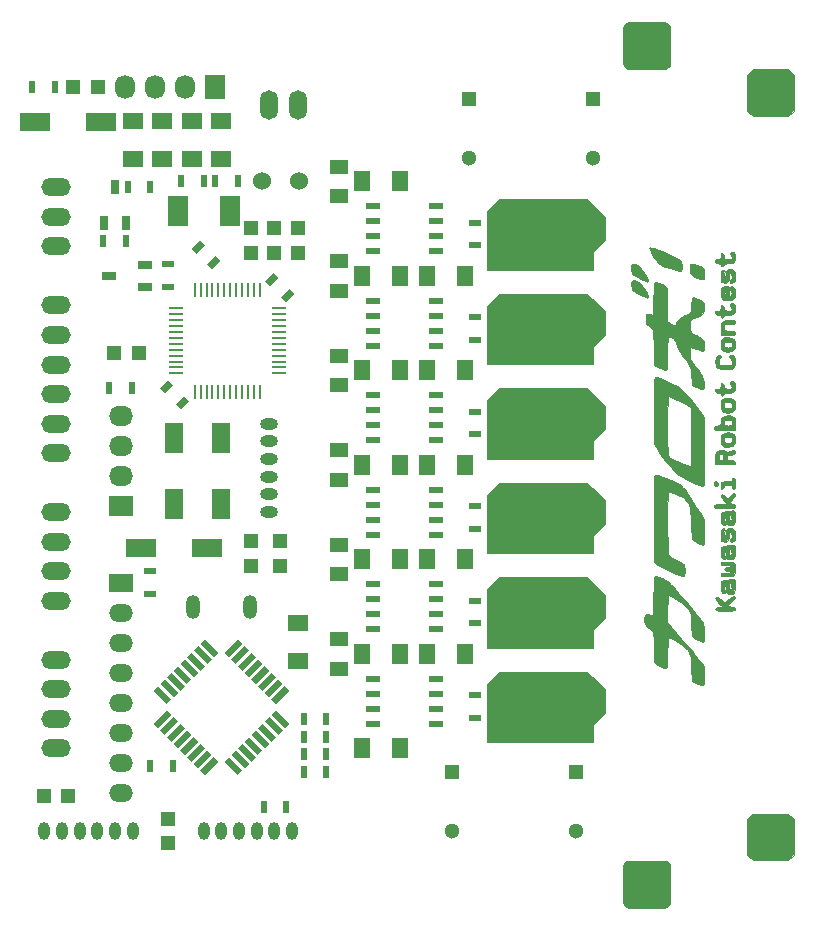
<source format=gbr>
G04 #@! TF.FileFunction,Soldermask,Top*
%FSLAX46Y46*%
G04 Gerber Fmt 4.6, Leading zero omitted, Abs format (unit mm)*
G04 Created by KiCad (PCBNEW 4.0.7) date 10/26/17 16:00:21*
%MOMM*%
%LPD*%
G01*
G04 APERTURE LIST*
%ADD10C,0.100000*%
%ADD11C,0.010000*%
%ADD12R,1.727200X2.032000*%
%ADD13O,1.727200X2.032000*%
%ADD14R,1.300000X1.300000*%
%ADD15C,1.300000*%
%ADD16O,1.500000X2.500000*%
%ADD17O,1.000000X1.524000*%
%ADD18R,1.800000X2.600000*%
%ADD19R,1.198880X1.198880*%
%ADD20R,1.500000X1.300000*%
%ADD21O,1.524000X1.000000*%
%ADD22R,0.250000X1.300000*%
%ADD23R,1.300000X0.250000*%
%ADD24R,2.032000X1.727200*%
%ADD25O,2.032000X1.727200*%
%ADD26R,0.800100X1.200000*%
%ADD27O,2.500000X1.500000*%
%ADD28R,1.500000X2.600000*%
%ADD29R,2.600000X1.500000*%
%ADD30R,0.600000X1.000000*%
%ADD31R,1.000000X0.600000*%
%ADD32R,1.800000X1.400000*%
%ADD33R,1.400000X1.800000*%
%ADD34R,1.300000X0.600000*%
%ADD35C,1.524000*%
%ADD36O,1.200000X2.000000*%
%ADD37R,2.000000X1.500000*%
%ADD38O,2.000000X1.500000*%
%ADD39R,1.200000X0.800100*%
%ADD40C,0.026000*%
G04 APERTURE END LIST*
D10*
D11*
G36*
X74903549Y-51177021D02*
X74923742Y-51176000D01*
X75032030Y-51220175D01*
X75195484Y-51331504D01*
X75268456Y-51390765D01*
X75431508Y-51520557D01*
X75551125Y-51598619D01*
X75578497Y-51608480D01*
X75663895Y-51569212D01*
X75823586Y-51464650D01*
X75969933Y-51357429D01*
X76225512Y-51181334D01*
X76393441Y-51113075D01*
X76481366Y-51151014D01*
X76499429Y-51244063D01*
X76439445Y-51373020D01*
X76277539Y-51537584D01*
X76168156Y-51622598D01*
X75984359Y-51760701D01*
X75904703Y-51846513D01*
X75912174Y-51907668D01*
X75964312Y-51953679D01*
X76132892Y-52024496D01*
X76295585Y-52046858D01*
X76448636Y-52073251D01*
X76498643Y-52169103D01*
X76499429Y-52192000D01*
X76490578Y-52254362D01*
X76447654Y-52295754D01*
X76346103Y-52320447D01*
X76161368Y-52332710D01*
X75868895Y-52336815D01*
X75664857Y-52337143D01*
X75306275Y-52335604D01*
X75068271Y-52328139D01*
X74926290Y-52310478D01*
X74855775Y-52278350D01*
X74832172Y-52227485D01*
X74830286Y-52192000D01*
X74850824Y-52102940D01*
X74936589Y-52059033D01*
X75123813Y-52044732D01*
X75175000Y-52044069D01*
X75519715Y-52041281D01*
X75174410Y-51735641D01*
X74973959Y-51532121D01*
X74855899Y-51357560D01*
X74829379Y-51232384D01*
X74903549Y-51177021D01*
X74903549Y-51177021D01*
G37*
X74903549Y-51177021D02*
X74923742Y-51176000D01*
X75032030Y-51220175D01*
X75195484Y-51331504D01*
X75268456Y-51390765D01*
X75431508Y-51520557D01*
X75551125Y-51598619D01*
X75578497Y-51608480D01*
X75663895Y-51569212D01*
X75823586Y-51464650D01*
X75969933Y-51357429D01*
X76225512Y-51181334D01*
X76393441Y-51113075D01*
X76481366Y-51151014D01*
X76499429Y-51244063D01*
X76439445Y-51373020D01*
X76277539Y-51537584D01*
X76168156Y-51622598D01*
X75984359Y-51760701D01*
X75904703Y-51846513D01*
X75912174Y-51907668D01*
X75964312Y-51953679D01*
X76132892Y-52024496D01*
X76295585Y-52046858D01*
X76448636Y-52073251D01*
X76498643Y-52169103D01*
X76499429Y-52192000D01*
X76490578Y-52254362D01*
X76447654Y-52295754D01*
X76346103Y-52320447D01*
X76161368Y-52332710D01*
X75868895Y-52336815D01*
X75664857Y-52337143D01*
X75306275Y-52335604D01*
X75068271Y-52328139D01*
X74926290Y-52310478D01*
X74855775Y-52278350D01*
X74832172Y-52227485D01*
X74830286Y-52192000D01*
X74850824Y-52102940D01*
X74936589Y-52059033D01*
X75123813Y-52044732D01*
X75175000Y-52044069D01*
X75519715Y-52041281D01*
X75174410Y-51735641D01*
X74973959Y-51532121D01*
X74855899Y-51357560D01*
X74829379Y-51232384D01*
X74903549Y-51177021D01*
G36*
X75286667Y-50007139D02*
X75329065Y-49854374D01*
X75356429Y-49821228D01*
X75475914Y-49781705D01*
X75685371Y-49741453D01*
X75846286Y-49719983D01*
X76089336Y-49689948D01*
X76282669Y-49660525D01*
X76354286Y-49645752D01*
X76417531Y-49691619D01*
X76463134Y-49842840D01*
X76489798Y-50060551D01*
X76496224Y-50305886D01*
X76481116Y-50539981D01*
X76443174Y-50723970D01*
X76393198Y-50810963D01*
X76223481Y-50885869D01*
X76148717Y-50890350D01*
X76148717Y-50595429D01*
X76192287Y-50535485D01*
X76199302Y-50393020D01*
X76176390Y-50224080D01*
X76130182Y-50084713D01*
X76082143Y-50032562D01*
X76010931Y-50068071D01*
X75991429Y-50184303D01*
X76016637Y-50411509D01*
X76082719Y-50559251D01*
X76148717Y-50595429D01*
X76148717Y-50890350D01*
X76018376Y-50898163D01*
X75852856Y-50845496D01*
X75832640Y-50828526D01*
X75779441Y-50714897D01*
X75733285Y-50516351D01*
X75719788Y-50420312D01*
X75679042Y-50202444D01*
X75628436Y-50100680D01*
X75582933Y-50122224D01*
X75557491Y-50274283D01*
X75556000Y-50341429D01*
X75574228Y-50509315D01*
X75619048Y-50593235D01*
X75628572Y-50595429D01*
X75687535Y-50656211D01*
X75701143Y-50740572D01*
X75648030Y-50855242D01*
X75522968Y-50884874D01*
X75377372Y-50820899D01*
X75352800Y-50798629D01*
X75300530Y-50675482D01*
X75272210Y-50468588D01*
X75267652Y-50228842D01*
X75286667Y-50007139D01*
X75286667Y-50007139D01*
G37*
X75286667Y-50007139D02*
X75329065Y-49854374D01*
X75356429Y-49821228D01*
X75475914Y-49781705D01*
X75685371Y-49741453D01*
X75846286Y-49719983D01*
X76089336Y-49689948D01*
X76282669Y-49660525D01*
X76354286Y-49645752D01*
X76417531Y-49691619D01*
X76463134Y-49842840D01*
X76489798Y-50060551D01*
X76496224Y-50305886D01*
X76481116Y-50539981D01*
X76443174Y-50723970D01*
X76393198Y-50810963D01*
X76223481Y-50885869D01*
X76148717Y-50890350D01*
X76148717Y-50595429D01*
X76192287Y-50535485D01*
X76199302Y-50393020D01*
X76176390Y-50224080D01*
X76130182Y-50084713D01*
X76082143Y-50032562D01*
X76010931Y-50068071D01*
X75991429Y-50184303D01*
X76016637Y-50411509D01*
X76082719Y-50559251D01*
X76148717Y-50595429D01*
X76148717Y-50890350D01*
X76018376Y-50898163D01*
X75852856Y-50845496D01*
X75832640Y-50828526D01*
X75779441Y-50714897D01*
X75733285Y-50516351D01*
X75719788Y-50420312D01*
X75679042Y-50202444D01*
X75628436Y-50100680D01*
X75582933Y-50122224D01*
X75557491Y-50274283D01*
X75556000Y-50341429D01*
X75574228Y-50509315D01*
X75619048Y-50593235D01*
X75628572Y-50595429D01*
X75687535Y-50656211D01*
X75701143Y-50740572D01*
X75648030Y-50855242D01*
X75522968Y-50884874D01*
X75377372Y-50820899D01*
X75352800Y-50798629D01*
X75300530Y-50675482D01*
X75272210Y-50468588D01*
X75267652Y-50228842D01*
X75286667Y-50007139D01*
G36*
X75280417Y-49210594D02*
X75345903Y-49166801D01*
X75494246Y-49147896D01*
X75737429Y-49144000D01*
X75999137Y-49131135D01*
X76158187Y-49099094D01*
X76204491Y-49057708D01*
X76127958Y-49016811D01*
X75918497Y-48986235D01*
X75900715Y-48984887D01*
X75701640Y-48957964D01*
X75611086Y-48902447D01*
X75592286Y-48817429D01*
X75618891Y-48721822D01*
X75722942Y-48671680D01*
X75900715Y-48649971D01*
X76118895Y-48620479D01*
X76203610Y-48580169D01*
X76165082Y-48538704D01*
X76013537Y-48505748D01*
X75759198Y-48490966D01*
X75732382Y-48490858D01*
X75477562Y-48487463D01*
X75337109Y-48470131D01*
X75280280Y-48428137D01*
X75276334Y-48350759D01*
X75278810Y-48332640D01*
X75301976Y-48250067D01*
X75362936Y-48204599D01*
X75494620Y-48187578D01*
X75729958Y-48190346D01*
X75809355Y-48193133D01*
X76076599Y-48212854D01*
X76291367Y-48246652D01*
X76407559Y-48287247D01*
X76408069Y-48287665D01*
X76460614Y-48403760D01*
X76490809Y-48612581D01*
X76498450Y-48863411D01*
X76483332Y-49105533D01*
X76445251Y-49288231D01*
X76412343Y-49347200D01*
X76291390Y-49394614D01*
X76059563Y-49425153D01*
X75795486Y-49434286D01*
X75521684Y-49430675D01*
X75362506Y-49414280D01*
X75287499Y-49376759D01*
X75266213Y-49309768D01*
X75265715Y-49289143D01*
X75280417Y-49210594D01*
X75280417Y-49210594D01*
G37*
X75280417Y-49210594D02*
X75345903Y-49166801D01*
X75494246Y-49147896D01*
X75737429Y-49144000D01*
X75999137Y-49131135D01*
X76158187Y-49099094D01*
X76204491Y-49057708D01*
X76127958Y-49016811D01*
X75918497Y-48986235D01*
X75900715Y-48984887D01*
X75701640Y-48957964D01*
X75611086Y-48902447D01*
X75592286Y-48817429D01*
X75618891Y-48721822D01*
X75722942Y-48671680D01*
X75900715Y-48649971D01*
X76118895Y-48620479D01*
X76203610Y-48580169D01*
X76165082Y-48538704D01*
X76013537Y-48505748D01*
X75759198Y-48490966D01*
X75732382Y-48490858D01*
X75477562Y-48487463D01*
X75337109Y-48470131D01*
X75280280Y-48428137D01*
X75276334Y-48350759D01*
X75278810Y-48332640D01*
X75301976Y-48250067D01*
X75362936Y-48204599D01*
X75494620Y-48187578D01*
X75729958Y-48190346D01*
X75809355Y-48193133D01*
X76076599Y-48212854D01*
X76291367Y-48246652D01*
X76407559Y-48287247D01*
X76408069Y-48287665D01*
X76460614Y-48403760D01*
X76490809Y-48612581D01*
X76498450Y-48863411D01*
X76483332Y-49105533D01*
X76445251Y-49288231D01*
X76412343Y-49347200D01*
X76291390Y-49394614D01*
X76059563Y-49425153D01*
X75795486Y-49434286D01*
X75521684Y-49430675D01*
X75362506Y-49414280D01*
X75287499Y-49376759D01*
X75266213Y-49309768D01*
X75265715Y-49289143D01*
X75280417Y-49210594D01*
G36*
X75286667Y-47104282D02*
X75329065Y-46951517D01*
X75356429Y-46918371D01*
X75475914Y-46878848D01*
X75685371Y-46838596D01*
X75846286Y-46817126D01*
X76089336Y-46787091D01*
X76282669Y-46757668D01*
X76354286Y-46742895D01*
X76417531Y-46788761D01*
X76463134Y-46939983D01*
X76489798Y-47157693D01*
X76496224Y-47403029D01*
X76481116Y-47637124D01*
X76443174Y-47821113D01*
X76393198Y-47908106D01*
X76223481Y-47983012D01*
X76148717Y-47987493D01*
X76148717Y-47692572D01*
X76192287Y-47632628D01*
X76199302Y-47490163D01*
X76176390Y-47321223D01*
X76130182Y-47181856D01*
X76082143Y-47129705D01*
X76010931Y-47165214D01*
X75991429Y-47281446D01*
X76016637Y-47508652D01*
X76082719Y-47656394D01*
X76148717Y-47692572D01*
X76148717Y-47987493D01*
X76018376Y-47995306D01*
X75852856Y-47942639D01*
X75832640Y-47925669D01*
X75779441Y-47812039D01*
X75733285Y-47613494D01*
X75719788Y-47517454D01*
X75679042Y-47299587D01*
X75628436Y-47197823D01*
X75582933Y-47219367D01*
X75557491Y-47371426D01*
X75556000Y-47438572D01*
X75574228Y-47606458D01*
X75619048Y-47690378D01*
X75628572Y-47692572D01*
X75687535Y-47753354D01*
X75701143Y-47837715D01*
X75648030Y-47952385D01*
X75522968Y-47982017D01*
X75377372Y-47918042D01*
X75352800Y-47895772D01*
X75300530Y-47772625D01*
X75272210Y-47565731D01*
X75267652Y-47325985D01*
X75286667Y-47104282D01*
X75286667Y-47104282D01*
G37*
X75286667Y-47104282D02*
X75329065Y-46951517D01*
X75356429Y-46918371D01*
X75475914Y-46878848D01*
X75685371Y-46838596D01*
X75846286Y-46817126D01*
X76089336Y-46787091D01*
X76282669Y-46757668D01*
X76354286Y-46742895D01*
X76417531Y-46788761D01*
X76463134Y-46939983D01*
X76489798Y-47157693D01*
X76496224Y-47403029D01*
X76481116Y-47637124D01*
X76443174Y-47821113D01*
X76393198Y-47908106D01*
X76223481Y-47983012D01*
X76148717Y-47987493D01*
X76148717Y-47692572D01*
X76192287Y-47632628D01*
X76199302Y-47490163D01*
X76176390Y-47321223D01*
X76130182Y-47181856D01*
X76082143Y-47129705D01*
X76010931Y-47165214D01*
X75991429Y-47281446D01*
X76016637Y-47508652D01*
X76082719Y-47656394D01*
X76148717Y-47692572D01*
X76148717Y-47987493D01*
X76018376Y-47995306D01*
X75852856Y-47942639D01*
X75832640Y-47925669D01*
X75779441Y-47812039D01*
X75733285Y-47613494D01*
X75719788Y-47517454D01*
X75679042Y-47299587D01*
X75628436Y-47197823D01*
X75582933Y-47219367D01*
X75557491Y-47371426D01*
X75556000Y-47438572D01*
X75574228Y-47606458D01*
X75619048Y-47690378D01*
X75628572Y-47692572D01*
X75687535Y-47753354D01*
X75701143Y-47837715D01*
X75648030Y-47952385D01*
X75522968Y-47982017D01*
X75377372Y-47918042D01*
X75352800Y-47895772D01*
X75300530Y-47772625D01*
X75272210Y-47565731D01*
X75267652Y-47325985D01*
X75286667Y-47104282D01*
G36*
X75290257Y-45645283D02*
X75366827Y-45450169D01*
X75499839Y-45372569D01*
X75534863Y-45370286D01*
X75587031Y-45406218D01*
X75602894Y-45531200D01*
X75585466Y-45771009D01*
X75583654Y-45787572D01*
X75564984Y-46027781D01*
X75578078Y-46136179D01*
X75614724Y-46132286D01*
X75666647Y-46019889D01*
X75705954Y-45822946D01*
X75714705Y-45734490D01*
X75742422Y-45523073D01*
X75804700Y-45408483D01*
X75928050Y-45342628D01*
X75931376Y-45341459D01*
X76127896Y-45315550D01*
X76312376Y-45396213D01*
X76418818Y-45482637D01*
X76475146Y-45593217D01*
X76496738Y-45773473D01*
X76499429Y-45949977D01*
X76490461Y-46206120D01*
X76456412Y-46356484D01*
X76386567Y-46439721D01*
X76359057Y-46456304D01*
X76211801Y-46517589D01*
X76141343Y-46531429D01*
X76079730Y-46474834D01*
X76067423Y-46352434D01*
X76105461Y-46235304D01*
X76136572Y-46204857D01*
X76195540Y-46104547D01*
X76212394Y-45943401D01*
X76191059Y-45780293D01*
X76135462Y-45674102D01*
X76100286Y-45660572D01*
X76022869Y-45710964D01*
X75992588Y-45875917D01*
X75991429Y-45936987D01*
X75945465Y-46225483D01*
X75817585Y-46412891D01*
X75622804Y-46485470D01*
X75429000Y-46451660D01*
X75335914Y-46399622D01*
X75286660Y-46305945D01*
X75267893Y-46131076D01*
X75265715Y-45967710D01*
X75290257Y-45645283D01*
X75290257Y-45645283D01*
G37*
X75290257Y-45645283D02*
X75366827Y-45450169D01*
X75499839Y-45372569D01*
X75534863Y-45370286D01*
X75587031Y-45406218D01*
X75602894Y-45531200D01*
X75585466Y-45771009D01*
X75583654Y-45787572D01*
X75564984Y-46027781D01*
X75578078Y-46136179D01*
X75614724Y-46132286D01*
X75666647Y-46019889D01*
X75705954Y-45822946D01*
X75714705Y-45734490D01*
X75742422Y-45523073D01*
X75804700Y-45408483D01*
X75928050Y-45342628D01*
X75931376Y-45341459D01*
X76127896Y-45315550D01*
X76312376Y-45396213D01*
X76418818Y-45482637D01*
X76475146Y-45593217D01*
X76496738Y-45773473D01*
X76499429Y-45949977D01*
X76490461Y-46206120D01*
X76456412Y-46356484D01*
X76386567Y-46439721D01*
X76359057Y-46456304D01*
X76211801Y-46517589D01*
X76141343Y-46531429D01*
X76079730Y-46474834D01*
X76067423Y-46352434D01*
X76105461Y-46235304D01*
X76136572Y-46204857D01*
X76195540Y-46104547D01*
X76212394Y-45943401D01*
X76191059Y-45780293D01*
X76135462Y-45674102D01*
X76100286Y-45660572D01*
X76022869Y-45710964D01*
X75992588Y-45875917D01*
X75991429Y-45936987D01*
X75945465Y-46225483D01*
X75817585Y-46412891D01*
X75622804Y-46485470D01*
X75429000Y-46451660D01*
X75335914Y-46399622D01*
X75286660Y-46305945D01*
X75267893Y-46131076D01*
X75265715Y-45967710D01*
X75290257Y-45645283D01*
G36*
X75286667Y-44201425D02*
X75329065Y-44048660D01*
X75356429Y-44015514D01*
X75475914Y-43975991D01*
X75685371Y-43935739D01*
X75846286Y-43914268D01*
X76089336Y-43884233D01*
X76282669Y-43854811D01*
X76354286Y-43840038D01*
X76417531Y-43885904D01*
X76463134Y-44037125D01*
X76489798Y-44254836D01*
X76496224Y-44500172D01*
X76481116Y-44734266D01*
X76443174Y-44918256D01*
X76393198Y-45005249D01*
X76223481Y-45080155D01*
X76148717Y-45084636D01*
X76148717Y-44789715D01*
X76192287Y-44729771D01*
X76199302Y-44587305D01*
X76176390Y-44418365D01*
X76130182Y-44278998D01*
X76082143Y-44226848D01*
X76010931Y-44262356D01*
X75991429Y-44378589D01*
X76016637Y-44605795D01*
X76082719Y-44753537D01*
X76148717Y-44789715D01*
X76148717Y-45084636D01*
X76018376Y-45092449D01*
X75852856Y-45039782D01*
X75832640Y-45022812D01*
X75779441Y-44909182D01*
X75733285Y-44710636D01*
X75719788Y-44614597D01*
X75679042Y-44396730D01*
X75628436Y-44294966D01*
X75582933Y-44316510D01*
X75557491Y-44468568D01*
X75556000Y-44535715D01*
X75574228Y-44703601D01*
X75619048Y-44787521D01*
X75628572Y-44789715D01*
X75687535Y-44850497D01*
X75701143Y-44934857D01*
X75648030Y-45049528D01*
X75522968Y-45079160D01*
X75377372Y-45015184D01*
X75352800Y-44992915D01*
X75300530Y-44869767D01*
X75272210Y-44662873D01*
X75267652Y-44423128D01*
X75286667Y-44201425D01*
X75286667Y-44201425D01*
G37*
X75286667Y-44201425D02*
X75329065Y-44048660D01*
X75356429Y-44015514D01*
X75475914Y-43975991D01*
X75685371Y-43935739D01*
X75846286Y-43914268D01*
X76089336Y-43884233D01*
X76282669Y-43854811D01*
X76354286Y-43840038D01*
X76417531Y-43885904D01*
X76463134Y-44037125D01*
X76489798Y-44254836D01*
X76496224Y-44500172D01*
X76481116Y-44734266D01*
X76443174Y-44918256D01*
X76393198Y-45005249D01*
X76223481Y-45080155D01*
X76148717Y-45084636D01*
X76148717Y-44789715D01*
X76192287Y-44729771D01*
X76199302Y-44587305D01*
X76176390Y-44418365D01*
X76130182Y-44278998D01*
X76082143Y-44226848D01*
X76010931Y-44262356D01*
X75991429Y-44378589D01*
X76016637Y-44605795D01*
X76082719Y-44753537D01*
X76148717Y-44789715D01*
X76148717Y-45084636D01*
X76018376Y-45092449D01*
X75852856Y-45039782D01*
X75832640Y-45022812D01*
X75779441Y-44909182D01*
X75733285Y-44710636D01*
X75719788Y-44614597D01*
X75679042Y-44396730D01*
X75628436Y-44294966D01*
X75582933Y-44316510D01*
X75557491Y-44468568D01*
X75556000Y-44535715D01*
X75574228Y-44703601D01*
X75619048Y-44787521D01*
X75628572Y-44789715D01*
X75687535Y-44850497D01*
X75701143Y-44934857D01*
X75648030Y-45049528D01*
X75522968Y-45079160D01*
X75377372Y-45015184D01*
X75352800Y-44992915D01*
X75300530Y-44869767D01*
X75272210Y-44662873D01*
X75267652Y-44423128D01*
X75286667Y-44201425D01*
G36*
X74697877Y-43409525D02*
X74756036Y-43366012D01*
X74889556Y-43344989D01*
X75128373Y-43338554D01*
X75235084Y-43338286D01*
X75785025Y-43338286D01*
X75525370Y-43034938D01*
X75356417Y-42803085D01*
X75274670Y-42620183D01*
X75274584Y-42503764D01*
X75350613Y-42471361D01*
X75497212Y-42540507D01*
X75643085Y-42662762D01*
X75846970Y-42858096D01*
X76085940Y-42626477D01*
X76247636Y-42486939D01*
X76377509Y-42404431D01*
X76412170Y-42394857D01*
X76492866Y-42442632D01*
X76482021Y-42566691D01*
X76388110Y-42738140D01*
X76270361Y-42878286D01*
X76133136Y-43034526D01*
X76091917Y-43136519D01*
X76131456Y-43223232D01*
X76134104Y-43226455D01*
X76277003Y-43321263D01*
X76363172Y-43338286D01*
X76477921Y-43393735D01*
X76499429Y-43483429D01*
X76491167Y-43543663D01*
X76450662Y-43584449D01*
X76354336Y-43609557D01*
X76178610Y-43622761D01*
X75899907Y-43627834D01*
X75592286Y-43628572D01*
X75215820Y-43627250D01*
X74960913Y-43620769D01*
X74803985Y-43605357D01*
X74721459Y-43577241D01*
X74689757Y-43532648D01*
X74685143Y-43483429D01*
X74697877Y-43409525D01*
X74697877Y-43409525D01*
G37*
X74697877Y-43409525D02*
X74756036Y-43366012D01*
X74889556Y-43344989D01*
X75128373Y-43338554D01*
X75235084Y-43338286D01*
X75785025Y-43338286D01*
X75525370Y-43034938D01*
X75356417Y-42803085D01*
X75274670Y-42620183D01*
X75274584Y-42503764D01*
X75350613Y-42471361D01*
X75497212Y-42540507D01*
X75643085Y-42662762D01*
X75846970Y-42858096D01*
X76085940Y-42626477D01*
X76247636Y-42486939D01*
X76377509Y-42404431D01*
X76412170Y-42394857D01*
X76492866Y-42442632D01*
X76482021Y-42566691D01*
X76388110Y-42738140D01*
X76270361Y-42878286D01*
X76133136Y-43034526D01*
X76091917Y-43136519D01*
X76131456Y-43223232D01*
X76134104Y-43226455D01*
X76277003Y-43321263D01*
X76363172Y-43338286D01*
X76477921Y-43393735D01*
X76499429Y-43483429D01*
X76491167Y-43543663D01*
X76450662Y-43584449D01*
X76354336Y-43609557D01*
X76178610Y-43622761D01*
X75899907Y-43627834D01*
X75592286Y-43628572D01*
X75215820Y-43627250D01*
X74960913Y-43620769D01*
X74803985Y-43605357D01*
X74721459Y-43577241D01*
X74689757Y-43532648D01*
X74685143Y-43483429D01*
X74697877Y-43409525D01*
G36*
X75277537Y-41756313D02*
X75279383Y-41729755D01*
X75302000Y-41415143D01*
X75755572Y-41393537D01*
X76006227Y-41375900D01*
X76143832Y-41345570D01*
X76200476Y-41290996D01*
X76209143Y-41230252D01*
X76262146Y-41111416D01*
X76354286Y-41088572D01*
X76432835Y-41103274D01*
X76476628Y-41168760D01*
X76495533Y-41317104D01*
X76499429Y-41560286D01*
X76494905Y-41815570D01*
X76474755Y-41957897D01*
X76429111Y-42019339D01*
X76354286Y-42032000D01*
X76240470Y-41989479D01*
X76209143Y-41850572D01*
X76195324Y-41737973D01*
X76127766Y-41685052D01*
X75967322Y-41669719D01*
X75887619Y-41669143D01*
X75683847Y-41679317D01*
X75583329Y-41722796D01*
X75544843Y-41819020D01*
X75542905Y-41831688D01*
X75473000Y-41970327D01*
X75388240Y-42019299D01*
X75307263Y-42015257D01*
X75274601Y-41938871D01*
X75277537Y-41756313D01*
X75277537Y-41756313D01*
G37*
X75277537Y-41756313D02*
X75279383Y-41729755D01*
X75302000Y-41415143D01*
X75755572Y-41393537D01*
X76006227Y-41375900D01*
X76143832Y-41345570D01*
X76200476Y-41290996D01*
X76209143Y-41230252D01*
X76262146Y-41111416D01*
X76354286Y-41088572D01*
X76432835Y-41103274D01*
X76476628Y-41168760D01*
X76495533Y-41317104D01*
X76499429Y-41560286D01*
X76494905Y-41815570D01*
X76474755Y-41957897D01*
X76429111Y-42019339D01*
X76354286Y-42032000D01*
X76240470Y-41989479D01*
X76209143Y-41850572D01*
X76195324Y-41737973D01*
X76127766Y-41685052D01*
X75967322Y-41669719D01*
X75887619Y-41669143D01*
X75683847Y-41679317D01*
X75583329Y-41722796D01*
X75544843Y-41819020D01*
X75542905Y-41831688D01*
X75473000Y-41970327D01*
X75388240Y-42019299D01*
X75307263Y-42015257D01*
X75274601Y-41938871D01*
X75277537Y-41756313D01*
G36*
X74836245Y-39147937D02*
X74861010Y-38977701D01*
X74914917Y-38873313D01*
X74991577Y-38806687D01*
X75246716Y-38702400D01*
X75501512Y-38742316D01*
X75604848Y-38801381D01*
X75721001Y-38862627D01*
X75852123Y-38868462D01*
X76054575Y-38819847D01*
X76088872Y-38809638D01*
X76318171Y-38750766D01*
X76442945Y-38754741D01*
X76492939Y-38829292D01*
X76499429Y-38916286D01*
X76450889Y-39009475D01*
X76291073Y-39086436D01*
X76136572Y-39129143D01*
X75918303Y-39191606D01*
X75809228Y-39258898D01*
X75774739Y-39355554D01*
X75773715Y-39386405D01*
X75790123Y-39491008D01*
X75864286Y-39546120D01*
X76033610Y-39572611D01*
X76118429Y-39578738D01*
X76332445Y-39602527D01*
X76440879Y-39651228D01*
X76483205Y-39744733D01*
X76486333Y-39764143D01*
X76491225Y-39833972D01*
X76466327Y-39880372D01*
X76387702Y-39908130D01*
X76231411Y-39922034D01*
X75973518Y-39926870D01*
X75669905Y-39927429D01*
X75302000Y-39927429D01*
X75302000Y-39564572D01*
X75424693Y-39545595D01*
X75474921Y-39460196D01*
X75483429Y-39310572D01*
X75469874Y-39138802D01*
X75408875Y-39068483D01*
X75302000Y-39056572D01*
X75179308Y-39075549D01*
X75129080Y-39160947D01*
X75120572Y-39310572D01*
X75134127Y-39482342D01*
X75195126Y-39552661D01*
X75302000Y-39564572D01*
X75302000Y-39927429D01*
X74830286Y-39927429D01*
X74830286Y-39423544D01*
X74836245Y-39147937D01*
X74836245Y-39147937D01*
G37*
X74836245Y-39147937D02*
X74861010Y-38977701D01*
X74914917Y-38873313D01*
X74991577Y-38806687D01*
X75246716Y-38702400D01*
X75501512Y-38742316D01*
X75604848Y-38801381D01*
X75721001Y-38862627D01*
X75852123Y-38868462D01*
X76054575Y-38819847D01*
X76088872Y-38809638D01*
X76318171Y-38750766D01*
X76442945Y-38754741D01*
X76492939Y-38829292D01*
X76499429Y-38916286D01*
X76450889Y-39009475D01*
X76291073Y-39086436D01*
X76136572Y-39129143D01*
X75918303Y-39191606D01*
X75809228Y-39258898D01*
X75774739Y-39355554D01*
X75773715Y-39386405D01*
X75790123Y-39491008D01*
X75864286Y-39546120D01*
X76033610Y-39572611D01*
X76118429Y-39578738D01*
X76332445Y-39602527D01*
X76440879Y-39651228D01*
X76483205Y-39744733D01*
X76486333Y-39764143D01*
X76491225Y-39833972D01*
X76466327Y-39880372D01*
X76387702Y-39908130D01*
X76231411Y-39922034D01*
X75973518Y-39926870D01*
X75669905Y-39927429D01*
X75302000Y-39927429D01*
X75302000Y-39564572D01*
X75424693Y-39545595D01*
X75474921Y-39460196D01*
X75483429Y-39310572D01*
X75469874Y-39138802D01*
X75408875Y-39068483D01*
X75302000Y-39056572D01*
X75179308Y-39075549D01*
X75129080Y-39160947D01*
X75120572Y-39310572D01*
X75134127Y-39482342D01*
X75195126Y-39552661D01*
X75302000Y-39564572D01*
X75302000Y-39927429D01*
X74830286Y-39927429D01*
X74830286Y-39423544D01*
X74836245Y-39147937D01*
G36*
X75300099Y-37553745D02*
X75415196Y-37361286D01*
X75628920Y-37263853D01*
X75882572Y-37242286D01*
X76187970Y-37276671D01*
X76380429Y-37391768D01*
X76477862Y-37605492D01*
X76499429Y-37859143D01*
X76488069Y-38105108D01*
X76443952Y-38254057D01*
X76352018Y-38353031D01*
X76338138Y-38363028D01*
X76159836Y-38437102D01*
X75927194Y-38474794D01*
X75882572Y-38476000D01*
X75882572Y-38113143D01*
X76083232Y-38107721D01*
X76178250Y-38070972D01*
X76207129Y-37972174D01*
X76209143Y-37859143D01*
X76202172Y-37703075D01*
X76154923Y-37629171D01*
X76027897Y-37606710D01*
X75882572Y-37605143D01*
X75681912Y-37610566D01*
X75586893Y-37647314D01*
X75558015Y-37746112D01*
X75556000Y-37859143D01*
X75562972Y-38015212D01*
X75610220Y-38089115D01*
X75737246Y-38111576D01*
X75882572Y-38113143D01*
X75882572Y-38476000D01*
X75577173Y-38441616D01*
X75384714Y-38326519D01*
X75287281Y-38112795D01*
X75265715Y-37859143D01*
X75300099Y-37553745D01*
X75300099Y-37553745D01*
G37*
X75300099Y-37553745D02*
X75415196Y-37361286D01*
X75628920Y-37263853D01*
X75882572Y-37242286D01*
X76187970Y-37276671D01*
X76380429Y-37391768D01*
X76477862Y-37605492D01*
X76499429Y-37859143D01*
X76488069Y-38105108D01*
X76443952Y-38254057D01*
X76352018Y-38353031D01*
X76338138Y-38363028D01*
X76159836Y-38437102D01*
X75927194Y-38474794D01*
X75882572Y-38476000D01*
X75882572Y-38113143D01*
X76083232Y-38107721D01*
X76178250Y-38070972D01*
X76207129Y-37972174D01*
X76209143Y-37859143D01*
X76202172Y-37703075D01*
X76154923Y-37629171D01*
X76027897Y-37606710D01*
X75882572Y-37605143D01*
X75681912Y-37610566D01*
X75586893Y-37647314D01*
X75558015Y-37746112D01*
X75556000Y-37859143D01*
X75562972Y-38015212D01*
X75610220Y-38089115D01*
X75737246Y-38111576D01*
X75882572Y-38113143D01*
X75882572Y-38476000D01*
X75577173Y-38441616D01*
X75384714Y-38326519D01*
X75287281Y-38112795D01*
X75265715Y-37859143D01*
X75300099Y-37553745D01*
G36*
X74697251Y-36868297D02*
X74698239Y-36861286D01*
X74744608Y-36747111D01*
X74868516Y-36691459D01*
X74993572Y-36675477D01*
X75162386Y-36654152D01*
X75241213Y-36598864D01*
X75264329Y-36466716D01*
X75265715Y-36334878D01*
X75286139Y-36103359D01*
X75360473Y-35960505D01*
X75427005Y-35903830D01*
X75650251Y-35817207D01*
X75932219Y-35795820D01*
X76201976Y-35839668D01*
X76338138Y-35903830D01*
X76425023Y-35983301D01*
X76473962Y-36094949D01*
X76495290Y-36278297D01*
X76499429Y-36520687D01*
X76499429Y-37024572D01*
X75882572Y-37024572D01*
X75882572Y-36661715D01*
X76083232Y-36656292D01*
X76178250Y-36619544D01*
X76207129Y-36520746D01*
X76209143Y-36407715D01*
X76202172Y-36251646D01*
X76154923Y-36177742D01*
X76027897Y-36155281D01*
X75882572Y-36153715D01*
X75681912Y-36159137D01*
X75586893Y-36195886D01*
X75558015Y-36294684D01*
X75556000Y-36407715D01*
X75562972Y-36563783D01*
X75610220Y-36637687D01*
X75737246Y-36660148D01*
X75882572Y-36661715D01*
X75882572Y-37024572D01*
X75587239Y-37024572D01*
X75210363Y-37023755D01*
X74955605Y-37018485D01*
X74799940Y-37004534D01*
X74720343Y-36977671D01*
X74693788Y-36933669D01*
X74697251Y-36868297D01*
X74697251Y-36868297D01*
G37*
X74697251Y-36868297D02*
X74698239Y-36861286D01*
X74744608Y-36747111D01*
X74868516Y-36691459D01*
X74993572Y-36675477D01*
X75162386Y-36654152D01*
X75241213Y-36598864D01*
X75264329Y-36466716D01*
X75265715Y-36334878D01*
X75286139Y-36103359D01*
X75360473Y-35960505D01*
X75427005Y-35903830D01*
X75650251Y-35817207D01*
X75932219Y-35795820D01*
X76201976Y-35839668D01*
X76338138Y-35903830D01*
X76425023Y-35983301D01*
X76473962Y-36094949D01*
X76495290Y-36278297D01*
X76499429Y-36520687D01*
X76499429Y-37024572D01*
X75882572Y-37024572D01*
X75882572Y-36661715D01*
X76083232Y-36656292D01*
X76178250Y-36619544D01*
X76207129Y-36520746D01*
X76209143Y-36407715D01*
X76202172Y-36251646D01*
X76154923Y-36177742D01*
X76027897Y-36155281D01*
X75882572Y-36153715D01*
X75681912Y-36159137D01*
X75586893Y-36195886D01*
X75558015Y-36294684D01*
X75556000Y-36407715D01*
X75562972Y-36563783D01*
X75610220Y-36637687D01*
X75737246Y-36660148D01*
X75882572Y-36661715D01*
X75882572Y-37024572D01*
X75587239Y-37024572D01*
X75210363Y-37023755D01*
X74955605Y-37018485D01*
X74799940Y-37004534D01*
X74720343Y-36977671D01*
X74693788Y-36933669D01*
X74697251Y-36868297D01*
G36*
X75300099Y-34650887D02*
X75415196Y-34458429D01*
X75628920Y-34360996D01*
X75882572Y-34339429D01*
X76187970Y-34373814D01*
X76380429Y-34488911D01*
X76477862Y-34702635D01*
X76499429Y-34956286D01*
X76488069Y-35202251D01*
X76443952Y-35351200D01*
X76352018Y-35450174D01*
X76338138Y-35460171D01*
X76159836Y-35534245D01*
X75927194Y-35571937D01*
X75882572Y-35573143D01*
X75882572Y-35210286D01*
X76083232Y-35204864D01*
X76178250Y-35168115D01*
X76207129Y-35069317D01*
X76209143Y-34956286D01*
X76202172Y-34800217D01*
X76154923Y-34726314D01*
X76027897Y-34703853D01*
X75882572Y-34702286D01*
X75681912Y-34707708D01*
X75586893Y-34744457D01*
X75558015Y-34843255D01*
X75556000Y-34956286D01*
X75562972Y-35112355D01*
X75610220Y-35186258D01*
X75737246Y-35208719D01*
X75882572Y-35210286D01*
X75882572Y-35573143D01*
X75577173Y-35538759D01*
X75384714Y-35423661D01*
X75287281Y-35209938D01*
X75265715Y-34956286D01*
X75300099Y-34650887D01*
X75300099Y-34650887D01*
G37*
X75300099Y-34650887D02*
X75415196Y-34458429D01*
X75628920Y-34360996D01*
X75882572Y-34339429D01*
X76187970Y-34373814D01*
X76380429Y-34488911D01*
X76477862Y-34702635D01*
X76499429Y-34956286D01*
X76488069Y-35202251D01*
X76443952Y-35351200D01*
X76352018Y-35450174D01*
X76338138Y-35460171D01*
X76159836Y-35534245D01*
X75927194Y-35571937D01*
X75882572Y-35573143D01*
X75882572Y-35210286D01*
X76083232Y-35204864D01*
X76178250Y-35168115D01*
X76207129Y-35069317D01*
X76209143Y-34956286D01*
X76202172Y-34800217D01*
X76154923Y-34726314D01*
X76027897Y-34703853D01*
X75882572Y-34702286D01*
X75681912Y-34707708D01*
X75586893Y-34744457D01*
X75558015Y-34843255D01*
X75556000Y-34956286D01*
X75562972Y-35112355D01*
X75610220Y-35186258D01*
X75737246Y-35208719D01*
X75882572Y-35210286D01*
X75882572Y-35573143D01*
X75577173Y-35538759D01*
X75384714Y-35423661D01*
X75287281Y-35209938D01*
X75265715Y-34956286D01*
X75300099Y-34650887D01*
G36*
X74773848Y-33595209D02*
X74850676Y-33549538D01*
X75006667Y-33541143D01*
X75179043Y-33530633D01*
X75250664Y-33469674D01*
X75265630Y-33314119D01*
X75265715Y-33281822D01*
X75279893Y-33107939D01*
X75334151Y-33044868D01*
X75392715Y-33046559D01*
X75500772Y-33137951D01*
X75542456Y-33305880D01*
X75566077Y-33451411D01*
X75627901Y-33519739D01*
X75770573Y-33539969D01*
X75887170Y-33541143D01*
X76086892Y-33533370D01*
X76180828Y-33495355D01*
X76208103Y-33405049D01*
X76209143Y-33359715D01*
X76184301Y-33223330D01*
X76136572Y-33178286D01*
X76077609Y-33117504D01*
X76064000Y-33033143D01*
X76117114Y-32918473D01*
X76242176Y-32888841D01*
X76387771Y-32952816D01*
X76412343Y-32975086D01*
X76477471Y-33119905D01*
X76498534Y-33336269D01*
X76477490Y-33560481D01*
X76416302Y-33728846D01*
X76388164Y-33760856D01*
X76252791Y-33822002D01*
X76035789Y-33872183D01*
X75916450Y-33887832D01*
X75667025Y-33931518D01*
X75560368Y-34000939D01*
X75556000Y-34022091D01*
X75495513Y-34102888D01*
X75410858Y-34121715D01*
X75293187Y-34078308D01*
X75265715Y-34017456D01*
X75198869Y-33933070D01*
X75029858Y-33890456D01*
X74853577Y-33847074D01*
X74778604Y-33743881D01*
X74770810Y-33704429D01*
X74773848Y-33595209D01*
X74773848Y-33595209D01*
G37*
X74773848Y-33595209D02*
X74850676Y-33549538D01*
X75006667Y-33541143D01*
X75179043Y-33530633D01*
X75250664Y-33469674D01*
X75265630Y-33314119D01*
X75265715Y-33281822D01*
X75279893Y-33107939D01*
X75334151Y-33044868D01*
X75392715Y-33046559D01*
X75500772Y-33137951D01*
X75542456Y-33305880D01*
X75566077Y-33451411D01*
X75627901Y-33519739D01*
X75770573Y-33539969D01*
X75887170Y-33541143D01*
X76086892Y-33533370D01*
X76180828Y-33495355D01*
X76208103Y-33405049D01*
X76209143Y-33359715D01*
X76184301Y-33223330D01*
X76136572Y-33178286D01*
X76077609Y-33117504D01*
X76064000Y-33033143D01*
X76117114Y-32918473D01*
X76242176Y-32888841D01*
X76387771Y-32952816D01*
X76412343Y-32975086D01*
X76477471Y-33119905D01*
X76498534Y-33336269D01*
X76477490Y-33560481D01*
X76416302Y-33728846D01*
X76388164Y-33760856D01*
X76252791Y-33822002D01*
X76035789Y-33872183D01*
X75916450Y-33887832D01*
X75667025Y-33931518D01*
X75560368Y-34000939D01*
X75556000Y-34022091D01*
X75495513Y-34102888D01*
X75410858Y-34121715D01*
X75293187Y-34078308D01*
X75265715Y-34017456D01*
X75198869Y-33933070D01*
X75029858Y-33890456D01*
X74853577Y-33847074D01*
X74778604Y-33743881D01*
X74770810Y-33704429D01*
X74773848Y-33595209D01*
G36*
X74864227Y-30971543D02*
X74956265Y-30762257D01*
X75091724Y-30656586D01*
X75226726Y-30663493D01*
X75325321Y-30758536D01*
X75316670Y-30881404D01*
X75229429Y-30954816D01*
X75147095Y-31059810D01*
X75120572Y-31252866D01*
X75120572Y-31509143D01*
X76209143Y-31509143D01*
X76209143Y-31252866D01*
X76177965Y-31047067D01*
X76100286Y-30954816D01*
X76003453Y-30860039D01*
X76014383Y-30737145D01*
X76102989Y-30663493D01*
X76263356Y-30666243D01*
X76392494Y-30791021D01*
X76475725Y-31015660D01*
X76499429Y-31262276D01*
X76487491Y-31506543D01*
X76441373Y-31654486D01*
X76345618Y-31753712D01*
X76338138Y-31759028D01*
X76137342Y-31835325D01*
X75808440Y-31869642D01*
X75664857Y-31872000D01*
X75301227Y-31856489D01*
X75058228Y-31799126D01*
X74913626Y-31683667D01*
X74845185Y-31493867D01*
X74830286Y-31262276D01*
X74864227Y-30971543D01*
X74864227Y-30971543D01*
G37*
X74864227Y-30971543D02*
X74956265Y-30762257D01*
X75091724Y-30656586D01*
X75226726Y-30663493D01*
X75325321Y-30758536D01*
X75316670Y-30881404D01*
X75229429Y-30954816D01*
X75147095Y-31059810D01*
X75120572Y-31252866D01*
X75120572Y-31509143D01*
X76209143Y-31509143D01*
X76209143Y-31252866D01*
X76177965Y-31047067D01*
X76100286Y-30954816D01*
X76003453Y-30860039D01*
X76014383Y-30737145D01*
X76102989Y-30663493D01*
X76263356Y-30666243D01*
X76392494Y-30791021D01*
X76475725Y-31015660D01*
X76499429Y-31262276D01*
X76487491Y-31506543D01*
X76441373Y-31654486D01*
X76345618Y-31753712D01*
X76338138Y-31759028D01*
X76137342Y-31835325D01*
X75808440Y-31869642D01*
X75664857Y-31872000D01*
X75301227Y-31856489D01*
X75058228Y-31799126D01*
X74913626Y-31683667D01*
X74845185Y-31493867D01*
X74830286Y-31262276D01*
X74864227Y-30971543D01*
G36*
X75300099Y-29498316D02*
X75415196Y-29305857D01*
X75628920Y-29208424D01*
X75882572Y-29186857D01*
X76187970Y-29221242D01*
X76380429Y-29336339D01*
X76477862Y-29550063D01*
X76499429Y-29803715D01*
X76488069Y-30049680D01*
X76443952Y-30198628D01*
X76352018Y-30297602D01*
X76338138Y-30307600D01*
X76159836Y-30381674D01*
X75927194Y-30419366D01*
X75882572Y-30420572D01*
X75882572Y-30057715D01*
X76083232Y-30052292D01*
X76178250Y-30015544D01*
X76207129Y-29916746D01*
X76209143Y-29803715D01*
X76202172Y-29647646D01*
X76154923Y-29573742D01*
X76027897Y-29551281D01*
X75882572Y-29549715D01*
X75681912Y-29555137D01*
X75586893Y-29591886D01*
X75558015Y-29690684D01*
X75556000Y-29803715D01*
X75562972Y-29959783D01*
X75610220Y-30033687D01*
X75737246Y-30056148D01*
X75882572Y-30057715D01*
X75882572Y-30420572D01*
X75577173Y-30386187D01*
X75384714Y-30271090D01*
X75287281Y-30057366D01*
X75265715Y-29803715D01*
X75300099Y-29498316D01*
X75300099Y-29498316D01*
G37*
X75300099Y-29498316D02*
X75415196Y-29305857D01*
X75628920Y-29208424D01*
X75882572Y-29186857D01*
X76187970Y-29221242D01*
X76380429Y-29336339D01*
X76477862Y-29550063D01*
X76499429Y-29803715D01*
X76488069Y-30049680D01*
X76443952Y-30198628D01*
X76352018Y-30297602D01*
X76338138Y-30307600D01*
X76159836Y-30381674D01*
X75927194Y-30419366D01*
X75882572Y-30420572D01*
X75882572Y-30057715D01*
X76083232Y-30052292D01*
X76178250Y-30015544D01*
X76207129Y-29916746D01*
X76209143Y-29803715D01*
X76202172Y-29647646D01*
X76154923Y-29573742D01*
X76027897Y-29551281D01*
X75882572Y-29549715D01*
X75681912Y-29555137D01*
X75586893Y-29591886D01*
X75558015Y-29690684D01*
X75556000Y-29803715D01*
X75562972Y-29959783D01*
X75610220Y-30033687D01*
X75737246Y-30056148D01*
X75882572Y-30057715D01*
X75882572Y-30420572D01*
X75577173Y-30386187D01*
X75384714Y-30271090D01*
X75287281Y-30057366D01*
X75265715Y-29803715D01*
X75300099Y-29498316D01*
G36*
X75282657Y-28141557D02*
X75349397Y-27928978D01*
X75489805Y-27805276D01*
X75727754Y-27748206D01*
X76048910Y-27735429D01*
X76298231Y-27738898D01*
X76433718Y-27757087D01*
X76486645Y-27801672D01*
X76488289Y-27884328D01*
X76486333Y-27898715D01*
X76458707Y-27989346D01*
X76385093Y-28041757D01*
X76230717Y-28069434D01*
X76009572Y-28083606D01*
X75556000Y-28105212D01*
X75556000Y-28599360D01*
X76009572Y-28620966D01*
X76260118Y-28638213D01*
X76400296Y-28668711D01*
X76464878Y-28725948D01*
X76486333Y-28805857D01*
X76490482Y-28884673D01*
X76457179Y-28932918D01*
X76358955Y-28958084D01*
X76168342Y-28967660D01*
X75887619Y-28969143D01*
X75265715Y-28969143D01*
X75265715Y-28465258D01*
X75282657Y-28141557D01*
X75282657Y-28141557D01*
G37*
X75282657Y-28141557D02*
X75349397Y-27928978D01*
X75489805Y-27805276D01*
X75727754Y-27748206D01*
X76048910Y-27735429D01*
X76298231Y-27738898D01*
X76433718Y-27757087D01*
X76486645Y-27801672D01*
X76488289Y-27884328D01*
X76486333Y-27898715D01*
X76458707Y-27989346D01*
X76385093Y-28041757D01*
X76230717Y-28069434D01*
X76009572Y-28083606D01*
X75556000Y-28105212D01*
X75556000Y-28599360D01*
X76009572Y-28620966D01*
X76260118Y-28638213D01*
X76400296Y-28668711D01*
X76464878Y-28725948D01*
X76486333Y-28805857D01*
X76490482Y-28884673D01*
X76457179Y-28932918D01*
X76358955Y-28958084D01*
X76168342Y-28967660D01*
X75887619Y-28969143D01*
X75265715Y-28969143D01*
X75265715Y-28465258D01*
X75282657Y-28141557D01*
G36*
X74773848Y-26991209D02*
X74850676Y-26945538D01*
X75006667Y-26937143D01*
X75179043Y-26926633D01*
X75250664Y-26865674D01*
X75265630Y-26710119D01*
X75265715Y-26677822D01*
X75279893Y-26503939D01*
X75334151Y-26440868D01*
X75392715Y-26442559D01*
X75500772Y-26533951D01*
X75542456Y-26701880D01*
X75566077Y-26847411D01*
X75627901Y-26915739D01*
X75770573Y-26935969D01*
X75887170Y-26937143D01*
X76086892Y-26929370D01*
X76180828Y-26891355D01*
X76208103Y-26801049D01*
X76209143Y-26755715D01*
X76184301Y-26619330D01*
X76136572Y-26574286D01*
X76077609Y-26513504D01*
X76064000Y-26429143D01*
X76117114Y-26314473D01*
X76242176Y-26284841D01*
X76387771Y-26348816D01*
X76412343Y-26371086D01*
X76477471Y-26515905D01*
X76498534Y-26732269D01*
X76477490Y-26956481D01*
X76416302Y-27124846D01*
X76388164Y-27156856D01*
X76252791Y-27218002D01*
X76035789Y-27268183D01*
X75916450Y-27283832D01*
X75667025Y-27327518D01*
X75560368Y-27396939D01*
X75556000Y-27418091D01*
X75495513Y-27498888D01*
X75410858Y-27517715D01*
X75293187Y-27474308D01*
X75265715Y-27413456D01*
X75198869Y-27329070D01*
X75029858Y-27286456D01*
X74853577Y-27243074D01*
X74778604Y-27139881D01*
X74770810Y-27100429D01*
X74773848Y-26991209D01*
X74773848Y-26991209D01*
G37*
X74773848Y-26991209D02*
X74850676Y-26945538D01*
X75006667Y-26937143D01*
X75179043Y-26926633D01*
X75250664Y-26865674D01*
X75265630Y-26710119D01*
X75265715Y-26677822D01*
X75279893Y-26503939D01*
X75334151Y-26440868D01*
X75392715Y-26442559D01*
X75500772Y-26533951D01*
X75542456Y-26701880D01*
X75566077Y-26847411D01*
X75627901Y-26915739D01*
X75770573Y-26935969D01*
X75887170Y-26937143D01*
X76086892Y-26929370D01*
X76180828Y-26891355D01*
X76208103Y-26801049D01*
X76209143Y-26755715D01*
X76184301Y-26619330D01*
X76136572Y-26574286D01*
X76077609Y-26513504D01*
X76064000Y-26429143D01*
X76117114Y-26314473D01*
X76242176Y-26284841D01*
X76387771Y-26348816D01*
X76412343Y-26371086D01*
X76477471Y-26515905D01*
X76498534Y-26732269D01*
X76477490Y-26956481D01*
X76416302Y-27124846D01*
X76388164Y-27156856D01*
X76252791Y-27218002D01*
X76035789Y-27268183D01*
X75916450Y-27283832D01*
X75667025Y-27327518D01*
X75560368Y-27396939D01*
X75556000Y-27418091D01*
X75495513Y-27498888D01*
X75410858Y-27517715D01*
X75293187Y-27474308D01*
X75265715Y-27413456D01*
X75198869Y-27329070D01*
X75029858Y-27286456D01*
X74853577Y-27243074D01*
X74778604Y-27139881D01*
X74770810Y-27100429D01*
X74773848Y-26991209D01*
G36*
X75277074Y-25203464D02*
X75321192Y-25054515D01*
X75413125Y-24955541D01*
X75427005Y-24945544D01*
X75645284Y-24848554D01*
X75853149Y-24848020D01*
X75968724Y-24911467D01*
X76058896Y-24949347D01*
X76094419Y-24914636D01*
X76190324Y-24874780D01*
X76329232Y-24912548D01*
X76443889Y-25008707D01*
X76474630Y-25121717D01*
X76494436Y-25324641D01*
X76498318Y-25463457D01*
X76486643Y-25705665D01*
X76439302Y-25852317D01*
X76340530Y-25951631D01*
X76338138Y-25953314D01*
X76159836Y-26027388D01*
X76100286Y-26037036D01*
X76100286Y-25703429D01*
X76182142Y-25646210D01*
X76209121Y-25465820D01*
X76209143Y-25458315D01*
X76178650Y-25263300D01*
X76104809Y-25126821D01*
X76100286Y-25122857D01*
X76034232Y-25086620D01*
X76001777Y-25138398D01*
X75991744Y-25303358D01*
X75991429Y-25367972D01*
X76004956Y-25586428D01*
X76051179Y-25687865D01*
X76100286Y-25703429D01*
X76100286Y-26037036D01*
X75927194Y-26065080D01*
X75882572Y-26066286D01*
X75628572Y-26037689D01*
X75628572Y-25703429D01*
X75676539Y-25639633D01*
X75700516Y-25482763D01*
X75701143Y-25449429D01*
X75682916Y-25281543D01*
X75638096Y-25197623D01*
X75628572Y-25195429D01*
X75580604Y-25259225D01*
X75556627Y-25416095D01*
X75556000Y-25449429D01*
X75574228Y-25617315D01*
X75619048Y-25701235D01*
X75628572Y-25703429D01*
X75628572Y-26037689D01*
X75577173Y-26031901D01*
X75384714Y-25916804D01*
X75287281Y-25703080D01*
X75265715Y-25449429D01*
X75277074Y-25203464D01*
X75277074Y-25203464D01*
G37*
X75277074Y-25203464D02*
X75321192Y-25054515D01*
X75413125Y-24955541D01*
X75427005Y-24945544D01*
X75645284Y-24848554D01*
X75853149Y-24848020D01*
X75968724Y-24911467D01*
X76058896Y-24949347D01*
X76094419Y-24914636D01*
X76190324Y-24874780D01*
X76329232Y-24912548D01*
X76443889Y-25008707D01*
X76474630Y-25121717D01*
X76494436Y-25324641D01*
X76498318Y-25463457D01*
X76486643Y-25705665D01*
X76439302Y-25852317D01*
X76340530Y-25951631D01*
X76338138Y-25953314D01*
X76159836Y-26027388D01*
X76100286Y-26037036D01*
X76100286Y-25703429D01*
X76182142Y-25646210D01*
X76209121Y-25465820D01*
X76209143Y-25458315D01*
X76178650Y-25263300D01*
X76104809Y-25126821D01*
X76100286Y-25122857D01*
X76034232Y-25086620D01*
X76001777Y-25138398D01*
X75991744Y-25303358D01*
X75991429Y-25367972D01*
X76004956Y-25586428D01*
X76051179Y-25687865D01*
X76100286Y-25703429D01*
X76100286Y-26037036D01*
X75927194Y-26065080D01*
X75882572Y-26066286D01*
X75628572Y-26037689D01*
X75628572Y-25703429D01*
X75676539Y-25639633D01*
X75700516Y-25482763D01*
X75701143Y-25449429D01*
X75682916Y-25281543D01*
X75638096Y-25197623D01*
X75628572Y-25195429D01*
X75580604Y-25259225D01*
X75556627Y-25416095D01*
X75556000Y-25449429D01*
X75574228Y-25617315D01*
X75619048Y-25701235D01*
X75628572Y-25703429D01*
X75628572Y-26037689D01*
X75577173Y-26031901D01*
X75384714Y-25916804D01*
X75287281Y-25703080D01*
X75265715Y-25449429D01*
X75277074Y-25203464D01*
G36*
X75290257Y-23728712D02*
X75366827Y-23533597D01*
X75499839Y-23455998D01*
X75534863Y-23453715D01*
X75587031Y-23489647D01*
X75602894Y-23614629D01*
X75585466Y-23854438D01*
X75583654Y-23871000D01*
X75564984Y-24111209D01*
X75578078Y-24219608D01*
X75614724Y-24215715D01*
X75666647Y-24103318D01*
X75705954Y-23906375D01*
X75714705Y-23817919D01*
X75742422Y-23606502D01*
X75804700Y-23491912D01*
X75928050Y-23426057D01*
X75931376Y-23424888D01*
X76127896Y-23398979D01*
X76312376Y-23479642D01*
X76418818Y-23566066D01*
X76475146Y-23676646D01*
X76496738Y-23856902D01*
X76499429Y-24033406D01*
X76490461Y-24289549D01*
X76456412Y-24439913D01*
X76386567Y-24523149D01*
X76359057Y-24539733D01*
X76211801Y-24601017D01*
X76141343Y-24614857D01*
X76079730Y-24558263D01*
X76067423Y-24435862D01*
X76105461Y-24318733D01*
X76136572Y-24288286D01*
X76195540Y-24187976D01*
X76212394Y-24026829D01*
X76191059Y-23863722D01*
X76135462Y-23757531D01*
X76100286Y-23744000D01*
X76022869Y-23794392D01*
X75992588Y-23959345D01*
X75991429Y-24020416D01*
X75945465Y-24308911D01*
X75817585Y-24496319D01*
X75622804Y-24568899D01*
X75429000Y-24535089D01*
X75335914Y-24483051D01*
X75286660Y-24389374D01*
X75267893Y-24214505D01*
X75265715Y-24051139D01*
X75290257Y-23728712D01*
X75290257Y-23728712D01*
G37*
X75290257Y-23728712D02*
X75366827Y-23533597D01*
X75499839Y-23455998D01*
X75534863Y-23453715D01*
X75587031Y-23489647D01*
X75602894Y-23614629D01*
X75585466Y-23854438D01*
X75583654Y-23871000D01*
X75564984Y-24111209D01*
X75578078Y-24219608D01*
X75614724Y-24215715D01*
X75666647Y-24103318D01*
X75705954Y-23906375D01*
X75714705Y-23817919D01*
X75742422Y-23606502D01*
X75804700Y-23491912D01*
X75928050Y-23426057D01*
X75931376Y-23424888D01*
X76127896Y-23398979D01*
X76312376Y-23479642D01*
X76418818Y-23566066D01*
X76475146Y-23676646D01*
X76496738Y-23856902D01*
X76499429Y-24033406D01*
X76490461Y-24289549D01*
X76456412Y-24439913D01*
X76386567Y-24523149D01*
X76359057Y-24539733D01*
X76211801Y-24601017D01*
X76141343Y-24614857D01*
X76079730Y-24558263D01*
X76067423Y-24435862D01*
X76105461Y-24318733D01*
X76136572Y-24288286D01*
X76195540Y-24187976D01*
X76212394Y-24026829D01*
X76191059Y-23863722D01*
X76135462Y-23757531D01*
X76100286Y-23744000D01*
X76022869Y-23794392D01*
X75992588Y-23959345D01*
X75991429Y-24020416D01*
X75945465Y-24308911D01*
X75817585Y-24496319D01*
X75622804Y-24568899D01*
X75429000Y-24535089D01*
X75335914Y-24483051D01*
X75286660Y-24389374D01*
X75267893Y-24214505D01*
X75265715Y-24051139D01*
X75290257Y-23728712D01*
G36*
X74773848Y-22636923D02*
X74850676Y-22591252D01*
X75006667Y-22582857D01*
X75179043Y-22572348D01*
X75250664Y-22511388D01*
X75265630Y-22355833D01*
X75265715Y-22323536D01*
X75279893Y-22149654D01*
X75334151Y-22086583D01*
X75392715Y-22088273D01*
X75500772Y-22179666D01*
X75542456Y-22347595D01*
X75566077Y-22493125D01*
X75627901Y-22561453D01*
X75770573Y-22581683D01*
X75887170Y-22582857D01*
X76086892Y-22575085D01*
X76180828Y-22537069D01*
X76208103Y-22446763D01*
X76209143Y-22401429D01*
X76184301Y-22265045D01*
X76136572Y-22220000D01*
X76077609Y-22159218D01*
X76064000Y-22074857D01*
X76117114Y-21960187D01*
X76242176Y-21930555D01*
X76387771Y-21994531D01*
X76412343Y-22016800D01*
X76477471Y-22161619D01*
X76498534Y-22377983D01*
X76477490Y-22602196D01*
X76416302Y-22770560D01*
X76388164Y-22802570D01*
X76252791Y-22863716D01*
X76035789Y-22913897D01*
X75916450Y-22929546D01*
X75667025Y-22973232D01*
X75560368Y-23042653D01*
X75556000Y-23063805D01*
X75495513Y-23144602D01*
X75410858Y-23163429D01*
X75293187Y-23120022D01*
X75265715Y-23059170D01*
X75198869Y-22974784D01*
X75029858Y-22932170D01*
X74853577Y-22888788D01*
X74778604Y-22785595D01*
X74770810Y-22746143D01*
X74773848Y-22636923D01*
X74773848Y-22636923D01*
G37*
X74773848Y-22636923D02*
X74850676Y-22591252D01*
X75006667Y-22582857D01*
X75179043Y-22572348D01*
X75250664Y-22511388D01*
X75265630Y-22355833D01*
X75265715Y-22323536D01*
X75279893Y-22149654D01*
X75334151Y-22086583D01*
X75392715Y-22088273D01*
X75500772Y-22179666D01*
X75542456Y-22347595D01*
X75566077Y-22493125D01*
X75627901Y-22561453D01*
X75770573Y-22581683D01*
X75887170Y-22582857D01*
X76086892Y-22575085D01*
X76180828Y-22537069D01*
X76208103Y-22446763D01*
X76209143Y-22401429D01*
X76184301Y-22265045D01*
X76136572Y-22220000D01*
X76077609Y-22159218D01*
X76064000Y-22074857D01*
X76117114Y-21960187D01*
X76242176Y-21930555D01*
X76387771Y-21994531D01*
X76412343Y-22016800D01*
X76477471Y-22161619D01*
X76498534Y-22377983D01*
X76477490Y-22602196D01*
X76416302Y-22770560D01*
X76388164Y-22802570D01*
X76252791Y-22863716D01*
X76035789Y-22913897D01*
X75916450Y-22929546D01*
X75667025Y-22973232D01*
X75560368Y-23042653D01*
X75556000Y-23063805D01*
X75495513Y-23144602D01*
X75410858Y-23163429D01*
X75293187Y-23120022D01*
X75265715Y-23059170D01*
X75198869Y-22974784D01*
X75029858Y-22932170D01*
X74853577Y-22888788D01*
X74778604Y-22785595D01*
X74770810Y-22746143D01*
X74773848Y-22636923D01*
G36*
X74710031Y-41417398D02*
X74809609Y-41387713D01*
X74848429Y-41391953D01*
X74976319Y-41462507D01*
X75038917Y-41591544D01*
X75021664Y-41721456D01*
X74947708Y-41784756D01*
X74790251Y-41791308D01*
X74700768Y-41675143D01*
X74685143Y-41550956D01*
X74710031Y-41417398D01*
X74710031Y-41417398D01*
G37*
X74710031Y-41417398D02*
X74809609Y-41387713D01*
X74848429Y-41391953D01*
X74976319Y-41462507D01*
X75038917Y-41591544D01*
X75021664Y-41721456D01*
X74947708Y-41784756D01*
X74790251Y-41791308D01*
X74700768Y-41675143D01*
X74685143Y-41550956D01*
X74710031Y-41417398D01*
G36*
X68831364Y-52819674D02*
X68907676Y-52677504D01*
X69050106Y-52641252D01*
X69143853Y-52656062D01*
X69279985Y-52689914D01*
X69383646Y-52708514D01*
X69459465Y-52695477D01*
X69512072Y-52634413D01*
X69546095Y-52508937D01*
X69566163Y-52302661D01*
X69576907Y-51999197D01*
X69582955Y-51582158D01*
X69588370Y-51082483D01*
X69596626Y-50527471D01*
X69607347Y-50102378D01*
X69621590Y-49791985D01*
X69640410Y-49581075D01*
X69664863Y-49454430D01*
X69696003Y-49396833D01*
X69705682Y-49391151D01*
X69815022Y-49401260D01*
X70015391Y-49462136D01*
X70267168Y-49561329D01*
X70317014Y-49583241D01*
X70468035Y-49652821D01*
X70600020Y-49722842D01*
X70726978Y-49806839D01*
X70862921Y-49918348D01*
X71021860Y-50070904D01*
X71217808Y-50278044D01*
X71464774Y-50553302D01*
X71776770Y-50910214D01*
X72167807Y-51362316D01*
X72213977Y-51415808D01*
X72575916Y-51839639D01*
X72912648Y-52242401D01*
X73210508Y-52607086D01*
X73455831Y-52916688D01*
X73634951Y-53154198D01*
X73734202Y-53302609D01*
X73742132Y-53317719D01*
X73819249Y-53517584D01*
X73864530Y-53752574D01*
X73884414Y-54065644D01*
X73886858Y-54283199D01*
X73884600Y-54597101D01*
X73873784Y-54793290D01*
X73848342Y-54899172D01*
X73802205Y-54942155D01*
X73739302Y-54949715D01*
X73571044Y-54914076D01*
X73350027Y-54823887D01*
X73123629Y-54704235D01*
X72939230Y-54580208D01*
X72844208Y-54476896D01*
X72843628Y-54475432D01*
X72825121Y-54357654D01*
X72809952Y-54129739D01*
X72799891Y-53826679D01*
X72796692Y-53546779D01*
X72784615Y-53081361D01*
X72741275Y-52723633D01*
X72652870Y-52437196D01*
X72505603Y-52185651D01*
X72285671Y-51932599D01*
X72125562Y-51776604D01*
X71894484Y-51586089D01*
X71615516Y-51394959D01*
X71326231Y-51224836D01*
X71064197Y-51097345D01*
X70866986Y-51034110D01*
X70829827Y-51030858D01*
X70808274Y-51099355D01*
X70789851Y-51288578D01*
X70775909Y-51574116D01*
X70767797Y-51931563D01*
X70766286Y-52180546D01*
X70766286Y-53330235D01*
X72113486Y-54883832D01*
X72475505Y-55305482D01*
X72816273Y-55710217D01*
X73120968Y-56079822D01*
X73374764Y-56396078D01*
X73562838Y-56640772D01*
X73670364Y-56795685D01*
X73673091Y-56800286D01*
X73770471Y-56977525D01*
X73832572Y-57134605D01*
X73867289Y-57312542D01*
X73882521Y-57552353D01*
X73886164Y-57895055D01*
X73886176Y-57907000D01*
X73885071Y-58241343D01*
X73877206Y-58456626D01*
X73856870Y-58578929D01*
X73818348Y-58634331D01*
X73755926Y-58648912D01*
X73723572Y-58649162D01*
X73570098Y-58614244D01*
X73350839Y-58526362D01*
X73197429Y-58449548D01*
X72834572Y-58251629D01*
X72798286Y-57199386D01*
X72777914Y-56732469D01*
X72746504Y-56379904D01*
X72693337Y-56110902D01*
X72607691Y-55894672D01*
X72478846Y-55700424D01*
X72296081Y-55497368D01*
X72157960Y-55360325D01*
X71986091Y-55219825D01*
X71752350Y-55063041D01*
X71489771Y-54907870D01*
X71231386Y-54772210D01*
X71010227Y-54673959D01*
X70859328Y-54631014D01*
X70820715Y-54635775D01*
X70802207Y-54715649D01*
X70786399Y-54915343D01*
X70774454Y-55209543D01*
X70767538Y-55572935D01*
X70766286Y-55818919D01*
X70763607Y-56220238D01*
X70756212Y-56575629D01*
X70745068Y-56857348D01*
X70731140Y-57037647D01*
X70722236Y-57084636D01*
X70648536Y-57176939D01*
X70514742Y-57185822D01*
X70298142Y-57109705D01*
X70164681Y-57045831D01*
X69968610Y-56946558D01*
X69824637Y-56859235D01*
X69724731Y-56760578D01*
X69660859Y-56627301D01*
X69624988Y-56436121D01*
X69609085Y-56163753D01*
X69605118Y-55786911D01*
X69605143Y-55423865D01*
X69603877Y-54966281D01*
X69598525Y-54631021D01*
X69586761Y-54395279D01*
X69566258Y-54236247D01*
X69534687Y-54131119D01*
X69489721Y-54057086D01*
X69462455Y-54025640D01*
X69303372Y-53893707D01*
X69171374Y-53825384D01*
X69007557Y-53704627D01*
X68881446Y-53482264D01*
X68813919Y-53200854D01*
X68807969Y-53084604D01*
X68831364Y-52819674D01*
X68831364Y-52819674D01*
G37*
X68831364Y-52819674D02*
X68907676Y-52677504D01*
X69050106Y-52641252D01*
X69143853Y-52656062D01*
X69279985Y-52689914D01*
X69383646Y-52708514D01*
X69459465Y-52695477D01*
X69512072Y-52634413D01*
X69546095Y-52508937D01*
X69566163Y-52302661D01*
X69576907Y-51999197D01*
X69582955Y-51582158D01*
X69588370Y-51082483D01*
X69596626Y-50527471D01*
X69607347Y-50102378D01*
X69621590Y-49791985D01*
X69640410Y-49581075D01*
X69664863Y-49454430D01*
X69696003Y-49396833D01*
X69705682Y-49391151D01*
X69815022Y-49401260D01*
X70015391Y-49462136D01*
X70267168Y-49561329D01*
X70317014Y-49583241D01*
X70468035Y-49652821D01*
X70600020Y-49722842D01*
X70726978Y-49806839D01*
X70862921Y-49918348D01*
X71021860Y-50070904D01*
X71217808Y-50278044D01*
X71464774Y-50553302D01*
X71776770Y-50910214D01*
X72167807Y-51362316D01*
X72213977Y-51415808D01*
X72575916Y-51839639D01*
X72912648Y-52242401D01*
X73210508Y-52607086D01*
X73455831Y-52916688D01*
X73634951Y-53154198D01*
X73734202Y-53302609D01*
X73742132Y-53317719D01*
X73819249Y-53517584D01*
X73864530Y-53752574D01*
X73884414Y-54065644D01*
X73886858Y-54283199D01*
X73884600Y-54597101D01*
X73873784Y-54793290D01*
X73848342Y-54899172D01*
X73802205Y-54942155D01*
X73739302Y-54949715D01*
X73571044Y-54914076D01*
X73350027Y-54823887D01*
X73123629Y-54704235D01*
X72939230Y-54580208D01*
X72844208Y-54476896D01*
X72843628Y-54475432D01*
X72825121Y-54357654D01*
X72809952Y-54129739D01*
X72799891Y-53826679D01*
X72796692Y-53546779D01*
X72784615Y-53081361D01*
X72741275Y-52723633D01*
X72652870Y-52437196D01*
X72505603Y-52185651D01*
X72285671Y-51932599D01*
X72125562Y-51776604D01*
X71894484Y-51586089D01*
X71615516Y-51394959D01*
X71326231Y-51224836D01*
X71064197Y-51097345D01*
X70866986Y-51034110D01*
X70829827Y-51030858D01*
X70808274Y-51099355D01*
X70789851Y-51288578D01*
X70775909Y-51574116D01*
X70767797Y-51931563D01*
X70766286Y-52180546D01*
X70766286Y-53330235D01*
X72113486Y-54883832D01*
X72475505Y-55305482D01*
X72816273Y-55710217D01*
X73120968Y-56079822D01*
X73374764Y-56396078D01*
X73562838Y-56640772D01*
X73670364Y-56795685D01*
X73673091Y-56800286D01*
X73770471Y-56977525D01*
X73832572Y-57134605D01*
X73867289Y-57312542D01*
X73882521Y-57552353D01*
X73886164Y-57895055D01*
X73886176Y-57907000D01*
X73885071Y-58241343D01*
X73877206Y-58456626D01*
X73856870Y-58578929D01*
X73818348Y-58634331D01*
X73755926Y-58648912D01*
X73723572Y-58649162D01*
X73570098Y-58614244D01*
X73350839Y-58526362D01*
X73197429Y-58449548D01*
X72834572Y-58251629D01*
X72798286Y-57199386D01*
X72777914Y-56732469D01*
X72746504Y-56379904D01*
X72693337Y-56110902D01*
X72607691Y-55894672D01*
X72478846Y-55700424D01*
X72296081Y-55497368D01*
X72157960Y-55360325D01*
X71986091Y-55219825D01*
X71752350Y-55063041D01*
X71489771Y-54907870D01*
X71231386Y-54772210D01*
X71010227Y-54673959D01*
X70859328Y-54631014D01*
X70820715Y-54635775D01*
X70802207Y-54715649D01*
X70786399Y-54915343D01*
X70774454Y-55209543D01*
X70767538Y-55572935D01*
X70766286Y-55818919D01*
X70763607Y-56220238D01*
X70756212Y-56575629D01*
X70745068Y-56857348D01*
X70731140Y-57037647D01*
X70722236Y-57084636D01*
X70648536Y-57176939D01*
X70514742Y-57185822D01*
X70298142Y-57109705D01*
X70164681Y-57045831D01*
X69968610Y-56946558D01*
X69824637Y-56859235D01*
X69724731Y-56760578D01*
X69660859Y-56627301D01*
X69624988Y-56436121D01*
X69609085Y-56163753D01*
X69605118Y-55786911D01*
X69605143Y-55423865D01*
X69603877Y-54966281D01*
X69598525Y-54631021D01*
X69586761Y-54395279D01*
X69566258Y-54236247D01*
X69534687Y-54131119D01*
X69489721Y-54057086D01*
X69462455Y-54025640D01*
X69303372Y-53893707D01*
X69171374Y-53825384D01*
X69007557Y-53704627D01*
X68881446Y-53482264D01*
X68813919Y-53200854D01*
X68807969Y-53084604D01*
X68831364Y-52819674D01*
G36*
X69605614Y-43669792D02*
X69607244Y-42971406D01*
X69610364Y-42395368D01*
X69615303Y-41930279D01*
X69622389Y-41564745D01*
X69631953Y-41287367D01*
X69644324Y-41086750D01*
X69659830Y-40951496D01*
X69678802Y-40870210D01*
X69701568Y-40831494D01*
X69711366Y-40825541D01*
X69820993Y-40835266D01*
X70033172Y-40894005D01*
X70318561Y-40990190D01*
X70647817Y-41112251D01*
X70991599Y-41248619D01*
X71320565Y-41387726D01*
X71605371Y-41518002D01*
X71816676Y-41627880D01*
X71913652Y-41693842D01*
X72036617Y-41832608D01*
X72218902Y-42071651D01*
X72444338Y-42387280D01*
X72696759Y-42755802D01*
X72959998Y-43153525D01*
X73217888Y-43556759D01*
X73454261Y-43941810D01*
X73499108Y-44017223D01*
X73886858Y-44673404D01*
X73886858Y-45711274D01*
X73885871Y-46118171D01*
X73880818Y-46402022D01*
X73868557Y-46584919D01*
X73845948Y-46688956D01*
X73809849Y-46736226D01*
X73757119Y-46748821D01*
X73739302Y-46749143D01*
X73545521Y-46710318D01*
X73313629Y-46611337D01*
X73088484Y-46478448D01*
X72914946Y-46337894D01*
X72838994Y-46222402D01*
X72825131Y-46095148D01*
X72809711Y-45852439D01*
X72794226Y-45523933D01*
X72780170Y-45139285D01*
X72774136Y-44934857D01*
X72751790Y-44381109D01*
X72714243Y-43947893D01*
X72655076Y-43610864D01*
X72567871Y-43345678D01*
X72446210Y-43127990D01*
X72283675Y-42933456D01*
X72233155Y-42882914D01*
X72057142Y-42748169D01*
X71812610Y-42606380D01*
X71535549Y-42472928D01*
X71261951Y-42363197D01*
X71027807Y-42292570D01*
X70869107Y-42276431D01*
X70837932Y-42286572D01*
X70816210Y-42370391D01*
X70798205Y-42579405D01*
X70783845Y-42893719D01*
X70773059Y-43293435D01*
X70765778Y-43758656D01*
X70761929Y-44269484D01*
X70761442Y-44806024D01*
X70764247Y-45348376D01*
X70770272Y-45876645D01*
X70779446Y-46370933D01*
X70791699Y-46811343D01*
X70806959Y-47177978D01*
X70825157Y-47450940D01*
X70846220Y-47610333D01*
X70857000Y-47640238D01*
X70962707Y-47725234D01*
X71164056Y-47845253D01*
X71423202Y-47978328D01*
X71508314Y-48018318D01*
X71775367Y-48152896D01*
X71993331Y-48284678D01*
X72125474Y-48390723D01*
X72143314Y-48414867D01*
X72194280Y-48582723D01*
X72217716Y-48811256D01*
X72214985Y-49053317D01*
X72187449Y-49261755D01*
X72136471Y-49389419D01*
X72114678Y-49405809D01*
X72011712Y-49390690D01*
X71806714Y-49320482D01*
X71526167Y-49207547D01*
X71196556Y-49064249D01*
X70844366Y-48902952D01*
X70496080Y-48736020D01*
X70178183Y-48575815D01*
X69917159Y-48434702D01*
X69739492Y-48325044D01*
X69674166Y-48266512D01*
X69658961Y-48166020D01*
X69645252Y-47930959D01*
X69633231Y-47571897D01*
X69623093Y-47099402D01*
X69615030Y-46524042D01*
X69609237Y-45856384D01*
X69605907Y-45106998D01*
X69605143Y-44501922D01*
X69605614Y-43669792D01*
X69605614Y-43669792D01*
G37*
X69605614Y-43669792D02*
X69607244Y-42971406D01*
X69610364Y-42395368D01*
X69615303Y-41930279D01*
X69622389Y-41564745D01*
X69631953Y-41287367D01*
X69644324Y-41086750D01*
X69659830Y-40951496D01*
X69678802Y-40870210D01*
X69701568Y-40831494D01*
X69711366Y-40825541D01*
X69820993Y-40835266D01*
X70033172Y-40894005D01*
X70318561Y-40990190D01*
X70647817Y-41112251D01*
X70991599Y-41248619D01*
X71320565Y-41387726D01*
X71605371Y-41518002D01*
X71816676Y-41627880D01*
X71913652Y-41693842D01*
X72036617Y-41832608D01*
X72218902Y-42071651D01*
X72444338Y-42387280D01*
X72696759Y-42755802D01*
X72959998Y-43153525D01*
X73217888Y-43556759D01*
X73454261Y-43941810D01*
X73499108Y-44017223D01*
X73886858Y-44673404D01*
X73886858Y-45711274D01*
X73885871Y-46118171D01*
X73880818Y-46402022D01*
X73868557Y-46584919D01*
X73845948Y-46688956D01*
X73809849Y-46736226D01*
X73757119Y-46748821D01*
X73739302Y-46749143D01*
X73545521Y-46710318D01*
X73313629Y-46611337D01*
X73088484Y-46478448D01*
X72914946Y-46337894D01*
X72838994Y-46222402D01*
X72825131Y-46095148D01*
X72809711Y-45852439D01*
X72794226Y-45523933D01*
X72780170Y-45139285D01*
X72774136Y-44934857D01*
X72751790Y-44381109D01*
X72714243Y-43947893D01*
X72655076Y-43610864D01*
X72567871Y-43345678D01*
X72446210Y-43127990D01*
X72283675Y-42933456D01*
X72233155Y-42882914D01*
X72057142Y-42748169D01*
X71812610Y-42606380D01*
X71535549Y-42472928D01*
X71261951Y-42363197D01*
X71027807Y-42292570D01*
X70869107Y-42276431D01*
X70837932Y-42286572D01*
X70816210Y-42370391D01*
X70798205Y-42579405D01*
X70783845Y-42893719D01*
X70773059Y-43293435D01*
X70765778Y-43758656D01*
X70761929Y-44269484D01*
X70761442Y-44806024D01*
X70764247Y-45348376D01*
X70770272Y-45876645D01*
X70779446Y-46370933D01*
X70791699Y-46811343D01*
X70806959Y-47177978D01*
X70825157Y-47450940D01*
X70846220Y-47610333D01*
X70857000Y-47640238D01*
X70962707Y-47725234D01*
X71164056Y-47845253D01*
X71423202Y-47978328D01*
X71508314Y-48018318D01*
X71775367Y-48152896D01*
X71993331Y-48284678D01*
X72125474Y-48390723D01*
X72143314Y-48414867D01*
X72194280Y-48582723D01*
X72217716Y-48811256D01*
X72214985Y-49053317D01*
X72187449Y-49261755D01*
X72136471Y-49389419D01*
X72114678Y-49405809D01*
X72011712Y-49390690D01*
X71806714Y-49320482D01*
X71526167Y-49207547D01*
X71196556Y-49064249D01*
X70844366Y-48902952D01*
X70496080Y-48736020D01*
X70178183Y-48575815D01*
X69917159Y-48434702D01*
X69739492Y-48325044D01*
X69674166Y-48266512D01*
X69658961Y-48166020D01*
X69645252Y-47930959D01*
X69633231Y-47571897D01*
X69623093Y-47099402D01*
X69615030Y-46524042D01*
X69609237Y-45856384D01*
X69605907Y-45106998D01*
X69605143Y-44501922D01*
X69605614Y-43669792D01*
G36*
X69622409Y-35353878D02*
X69627723Y-34640322D01*
X69633423Y-34058510D01*
X69640171Y-33595043D01*
X69648633Y-33236520D01*
X69659471Y-32969543D01*
X69673350Y-32780712D01*
X69690934Y-32656629D01*
X69712886Y-32583893D01*
X69739870Y-32549107D01*
X69761816Y-32540216D01*
X69869743Y-32561589D01*
X70078365Y-32635616D01*
X70358844Y-32749462D01*
X70682347Y-32890295D01*
X71020038Y-33045281D01*
X71343081Y-33201586D01*
X71622640Y-33346377D01*
X71796037Y-33445563D01*
X71928305Y-33556088D01*
X72128689Y-33759785D01*
X72377919Y-34033937D01*
X72656726Y-34355827D01*
X72945840Y-34702738D01*
X73225991Y-35051954D01*
X73477911Y-35380757D01*
X73682330Y-35666431D01*
X73691990Y-35680704D01*
X73886858Y-35969693D01*
X73886858Y-38857981D01*
X73886106Y-39600656D01*
X73883574Y-40210434D01*
X73878844Y-40699555D01*
X73871502Y-41080260D01*
X73861131Y-41364787D01*
X73847315Y-41565378D01*
X73829638Y-41694271D01*
X73807684Y-41763707D01*
X73787373Y-41784446D01*
X73681329Y-41770521D01*
X73475089Y-41701410D01*
X73196796Y-41589717D01*
X72874595Y-41448043D01*
X72700016Y-41365884D01*
X72700016Y-40114621D01*
X72702692Y-40113810D01*
X72728061Y-40034280D01*
X72749945Y-39830140D01*
X72768277Y-39521885D01*
X72782989Y-39130009D01*
X72794012Y-38675004D01*
X72801279Y-38177365D01*
X72804721Y-37657586D01*
X72804271Y-37136158D01*
X72799860Y-36633578D01*
X72791421Y-36170337D01*
X72778885Y-35766930D01*
X72762184Y-35443851D01*
X72741250Y-35221592D01*
X72719256Y-35125647D01*
X72629527Y-35046553D01*
X72437699Y-34925503D01*
X72174890Y-34778164D01*
X71872218Y-34620201D01*
X71560798Y-34467281D01*
X71271748Y-34335069D01*
X71036185Y-34239231D01*
X70885226Y-34195434D01*
X70869315Y-34194286D01*
X70841243Y-34212911D01*
X70818618Y-34277677D01*
X70800891Y-34401917D01*
X70787509Y-34598968D01*
X70777922Y-34882164D01*
X70771578Y-35264840D01*
X70767926Y-35760331D01*
X70766415Y-36381972D01*
X70766286Y-36686753D01*
X70766779Y-37358055D01*
X70768741Y-37899071D01*
X70772900Y-38324652D01*
X70779980Y-38649654D01*
X70790709Y-38888929D01*
X70805812Y-39057331D01*
X70826015Y-39169714D01*
X70852046Y-39240932D01*
X70884630Y-39285838D01*
X70893784Y-39294603D01*
X71022676Y-39382199D01*
X71241138Y-39502082D01*
X71518225Y-39640236D01*
X71822994Y-39782650D01*
X72124501Y-39915308D01*
X72391803Y-40024199D01*
X72593956Y-40095308D01*
X72700016Y-40114621D01*
X72700016Y-41365884D01*
X72536630Y-41288992D01*
X72211044Y-41125167D01*
X71925981Y-40969169D01*
X71806315Y-40897340D01*
X71605221Y-40739289D01*
X71344483Y-40487883D01*
X71046454Y-40169526D01*
X70733486Y-39810625D01*
X70427934Y-39437587D01*
X70152148Y-39076816D01*
X69928484Y-38754720D01*
X69785213Y-38509757D01*
X69603389Y-38144371D01*
X69622409Y-35353878D01*
X69622409Y-35353878D01*
G37*
X69622409Y-35353878D02*
X69627723Y-34640322D01*
X69633423Y-34058510D01*
X69640171Y-33595043D01*
X69648633Y-33236520D01*
X69659471Y-32969543D01*
X69673350Y-32780712D01*
X69690934Y-32656629D01*
X69712886Y-32583893D01*
X69739870Y-32549107D01*
X69761816Y-32540216D01*
X69869743Y-32561589D01*
X70078365Y-32635616D01*
X70358844Y-32749462D01*
X70682347Y-32890295D01*
X71020038Y-33045281D01*
X71343081Y-33201586D01*
X71622640Y-33346377D01*
X71796037Y-33445563D01*
X71928305Y-33556088D01*
X72128689Y-33759785D01*
X72377919Y-34033937D01*
X72656726Y-34355827D01*
X72945840Y-34702738D01*
X73225991Y-35051954D01*
X73477911Y-35380757D01*
X73682330Y-35666431D01*
X73691990Y-35680704D01*
X73886858Y-35969693D01*
X73886858Y-38857981D01*
X73886106Y-39600656D01*
X73883574Y-40210434D01*
X73878844Y-40699555D01*
X73871502Y-41080260D01*
X73861131Y-41364787D01*
X73847315Y-41565378D01*
X73829638Y-41694271D01*
X73807684Y-41763707D01*
X73787373Y-41784446D01*
X73681329Y-41770521D01*
X73475089Y-41701410D01*
X73196796Y-41589717D01*
X72874595Y-41448043D01*
X72700016Y-41365884D01*
X72700016Y-40114621D01*
X72702692Y-40113810D01*
X72728061Y-40034280D01*
X72749945Y-39830140D01*
X72768277Y-39521885D01*
X72782989Y-39130009D01*
X72794012Y-38675004D01*
X72801279Y-38177365D01*
X72804721Y-37657586D01*
X72804271Y-37136158D01*
X72799860Y-36633578D01*
X72791421Y-36170337D01*
X72778885Y-35766930D01*
X72762184Y-35443851D01*
X72741250Y-35221592D01*
X72719256Y-35125647D01*
X72629527Y-35046553D01*
X72437699Y-34925503D01*
X72174890Y-34778164D01*
X71872218Y-34620201D01*
X71560798Y-34467281D01*
X71271748Y-34335069D01*
X71036185Y-34239231D01*
X70885226Y-34195434D01*
X70869315Y-34194286D01*
X70841243Y-34212911D01*
X70818618Y-34277677D01*
X70800891Y-34401917D01*
X70787509Y-34598968D01*
X70777922Y-34882164D01*
X70771578Y-35264840D01*
X70767926Y-35760331D01*
X70766415Y-36381972D01*
X70766286Y-36686753D01*
X70766779Y-37358055D01*
X70768741Y-37899071D01*
X70772900Y-38324652D01*
X70779980Y-38649654D01*
X70790709Y-38888929D01*
X70805812Y-39057331D01*
X70826015Y-39169714D01*
X70852046Y-39240932D01*
X70884630Y-39285838D01*
X70893784Y-39294603D01*
X71022676Y-39382199D01*
X71241138Y-39502082D01*
X71518225Y-39640236D01*
X71822994Y-39782650D01*
X72124501Y-39915308D01*
X72391803Y-40024199D01*
X72593956Y-40095308D01*
X72700016Y-40114621D01*
X72700016Y-41365884D01*
X72536630Y-41288992D01*
X72211044Y-41125167D01*
X71925981Y-40969169D01*
X71806315Y-40897340D01*
X71605221Y-40739289D01*
X71344483Y-40487883D01*
X71046454Y-40169526D01*
X70733486Y-39810625D01*
X70427934Y-39437587D01*
X70152148Y-39076816D01*
X69928484Y-38754720D01*
X69785213Y-38509757D01*
X69603389Y-38144371D01*
X69622409Y-35353878D01*
G36*
X68952000Y-27214948D02*
X69260429Y-27239331D01*
X69568858Y-27263715D01*
X69588612Y-25900104D01*
X69598223Y-25397033D01*
X69611342Y-25023074D01*
X69629301Y-24762213D01*
X69653432Y-24598435D01*
X69685067Y-24515727D01*
X69705104Y-24499372D01*
X69837162Y-24506100D01*
X70043315Y-24573019D01*
X70277845Y-24678404D01*
X70495031Y-24800529D01*
X70649154Y-24917669D01*
X70687570Y-24966233D01*
X70717238Y-25096962D01*
X70740630Y-25357256D01*
X70756927Y-25731640D01*
X70765312Y-26204637D01*
X70766286Y-26454207D01*
X70766286Y-27795098D01*
X70989568Y-27982978D01*
X71197915Y-28122107D01*
X71366491Y-28167677D01*
X71470599Y-28117314D01*
X71492000Y-28031283D01*
X71559447Y-27821262D01*
X71743874Y-27616121D01*
X72018417Y-27440084D01*
X72251246Y-27346699D01*
X72491515Y-27256251D01*
X72649691Y-27145518D01*
X72742431Y-26984140D01*
X72786391Y-26741756D01*
X72798227Y-26388002D01*
X72798286Y-26349570D01*
X72809757Y-26041784D01*
X72856122Y-25863465D01*
X72955312Y-25799932D01*
X73125258Y-25836503D01*
X73317393Y-25924534D01*
X73596507Y-26076173D01*
X73766598Y-26209942D01*
X73853873Y-26360688D01*
X73884542Y-26563258D01*
X73886858Y-26681741D01*
X73850913Y-26985692D01*
X73728642Y-27202517D01*
X73498385Y-27358989D01*
X73270000Y-27444293D01*
X72972030Y-27547620D01*
X72788817Y-27654848D01*
X72692994Y-27799333D01*
X72657196Y-28014430D01*
X72653143Y-28196166D01*
X72671776Y-28495476D01*
X72744096Y-28711707D01*
X72894738Y-28877606D01*
X73148336Y-29025922D01*
X73342572Y-29112690D01*
X73620353Y-29248688D01*
X73784855Y-29394203D01*
X73864237Y-29591335D01*
X73886657Y-29882185D01*
X73886858Y-29926442D01*
X73877579Y-30162620D01*
X73834672Y-30300223D01*
X73735526Y-30346981D01*
X73557533Y-30310626D01*
X73278082Y-30198889D01*
X73195761Y-30162756D01*
X72920267Y-30057599D01*
X72749699Y-30030833D01*
X72706199Y-30048201D01*
X72674121Y-30152682D01*
X72659918Y-30355924D01*
X72665643Y-30592138D01*
X72684875Y-30817494D01*
X72720961Y-30991012D01*
X72792048Y-31152844D01*
X72916279Y-31343144D01*
X73111799Y-31602061D01*
X73136362Y-31633778D01*
X73347656Y-31917176D01*
X73541690Y-32196429D01*
X73688363Y-32427456D01*
X73731902Y-32505909D01*
X73821985Y-32745187D01*
X73875189Y-33013050D01*
X73889507Y-33268776D01*
X73862933Y-33471640D01*
X73793461Y-33580918D01*
X73785061Y-33584761D01*
X73650450Y-33579753D01*
X73443929Y-33516125D01*
X73214327Y-33415808D01*
X73010474Y-33300732D01*
X72881201Y-33192826D01*
X72867961Y-33172874D01*
X72834047Y-33039313D01*
X72809258Y-32807881D01*
X72798420Y-32525787D01*
X72798286Y-32491298D01*
X72788736Y-32172856D01*
X72750605Y-31909528D01*
X72669669Y-31666514D01*
X72531707Y-31409016D01*
X72322496Y-31102236D01*
X72119905Y-30831488D01*
X71880578Y-30495961D01*
X71693998Y-30190753D01*
X71580091Y-29949345D01*
X71563725Y-29896938D01*
X71505975Y-29676576D01*
X71458865Y-29502002D01*
X71448727Y-29466003D01*
X71366755Y-29360113D01*
X71211486Y-29254554D01*
X71034351Y-29174580D01*
X70886782Y-29145448D01*
X70833023Y-29163663D01*
X70811908Y-29253263D01*
X70791586Y-29463954D01*
X70773483Y-29771684D01*
X70759024Y-30152404D01*
X70749843Y-30567643D01*
X70730000Y-31908286D01*
X70548572Y-31926448D01*
X70384925Y-31902297D01*
X70159025Y-31820792D01*
X70004286Y-31744876D01*
X69641429Y-31545142D01*
X69605143Y-30069641D01*
X69568858Y-28594140D01*
X69259305Y-28328070D01*
X69084602Y-28169197D01*
X68992357Y-28039840D01*
X68956480Y-27881668D01*
X68950877Y-27638474D01*
X68952000Y-27214948D01*
X68952000Y-27214948D01*
G37*
X68952000Y-27214948D02*
X69260429Y-27239331D01*
X69568858Y-27263715D01*
X69588612Y-25900104D01*
X69598223Y-25397033D01*
X69611342Y-25023074D01*
X69629301Y-24762213D01*
X69653432Y-24598435D01*
X69685067Y-24515727D01*
X69705104Y-24499372D01*
X69837162Y-24506100D01*
X70043315Y-24573019D01*
X70277845Y-24678404D01*
X70495031Y-24800529D01*
X70649154Y-24917669D01*
X70687570Y-24966233D01*
X70717238Y-25096962D01*
X70740630Y-25357256D01*
X70756927Y-25731640D01*
X70765312Y-26204637D01*
X70766286Y-26454207D01*
X70766286Y-27795098D01*
X70989568Y-27982978D01*
X71197915Y-28122107D01*
X71366491Y-28167677D01*
X71470599Y-28117314D01*
X71492000Y-28031283D01*
X71559447Y-27821262D01*
X71743874Y-27616121D01*
X72018417Y-27440084D01*
X72251246Y-27346699D01*
X72491515Y-27256251D01*
X72649691Y-27145518D01*
X72742431Y-26984140D01*
X72786391Y-26741756D01*
X72798227Y-26388002D01*
X72798286Y-26349570D01*
X72809757Y-26041784D01*
X72856122Y-25863465D01*
X72955312Y-25799932D01*
X73125258Y-25836503D01*
X73317393Y-25924534D01*
X73596507Y-26076173D01*
X73766598Y-26209942D01*
X73853873Y-26360688D01*
X73884542Y-26563258D01*
X73886858Y-26681741D01*
X73850913Y-26985692D01*
X73728642Y-27202517D01*
X73498385Y-27358989D01*
X73270000Y-27444293D01*
X72972030Y-27547620D01*
X72788817Y-27654848D01*
X72692994Y-27799333D01*
X72657196Y-28014430D01*
X72653143Y-28196166D01*
X72671776Y-28495476D01*
X72744096Y-28711707D01*
X72894738Y-28877606D01*
X73148336Y-29025922D01*
X73342572Y-29112690D01*
X73620353Y-29248688D01*
X73784855Y-29394203D01*
X73864237Y-29591335D01*
X73886657Y-29882185D01*
X73886858Y-29926442D01*
X73877579Y-30162620D01*
X73834672Y-30300223D01*
X73735526Y-30346981D01*
X73557533Y-30310626D01*
X73278082Y-30198889D01*
X73195761Y-30162756D01*
X72920267Y-30057599D01*
X72749699Y-30030833D01*
X72706199Y-30048201D01*
X72674121Y-30152682D01*
X72659918Y-30355924D01*
X72665643Y-30592138D01*
X72684875Y-30817494D01*
X72720961Y-30991012D01*
X72792048Y-31152844D01*
X72916279Y-31343144D01*
X73111799Y-31602061D01*
X73136362Y-31633778D01*
X73347656Y-31917176D01*
X73541690Y-32196429D01*
X73688363Y-32427456D01*
X73731902Y-32505909D01*
X73821985Y-32745187D01*
X73875189Y-33013050D01*
X73889507Y-33268776D01*
X73862933Y-33471640D01*
X73793461Y-33580918D01*
X73785061Y-33584761D01*
X73650450Y-33579753D01*
X73443929Y-33516125D01*
X73214327Y-33415808D01*
X73010474Y-33300732D01*
X72881201Y-33192826D01*
X72867961Y-33172874D01*
X72834047Y-33039313D01*
X72809258Y-32807881D01*
X72798420Y-32525787D01*
X72798286Y-32491298D01*
X72788736Y-32172856D01*
X72750605Y-31909528D01*
X72669669Y-31666514D01*
X72531707Y-31409016D01*
X72322496Y-31102236D01*
X72119905Y-30831488D01*
X71880578Y-30495961D01*
X71693998Y-30190753D01*
X71580091Y-29949345D01*
X71563725Y-29896938D01*
X71505975Y-29676576D01*
X71458865Y-29502002D01*
X71448727Y-29466003D01*
X71366755Y-29360113D01*
X71211486Y-29254554D01*
X71034351Y-29174580D01*
X70886782Y-29145448D01*
X70833023Y-29163663D01*
X70811908Y-29253263D01*
X70791586Y-29463954D01*
X70773483Y-29771684D01*
X70759024Y-30152404D01*
X70749843Y-30567643D01*
X70730000Y-31908286D01*
X70548572Y-31926448D01*
X70384925Y-31902297D01*
X70159025Y-31820792D01*
X70004286Y-31744876D01*
X69641429Y-31545142D01*
X69605143Y-30069641D01*
X69568858Y-28594140D01*
X69259305Y-28328070D01*
X69084602Y-28169197D01*
X68992357Y-28039840D01*
X68956480Y-27881668D01*
X68950877Y-27638474D01*
X68952000Y-27214948D01*
G36*
X72657838Y-23135654D02*
X72680386Y-23006536D01*
X72733482Y-22954575D01*
X72814003Y-22945715D01*
X73016673Y-22978327D01*
X73280754Y-23060379D01*
X73542273Y-23168191D01*
X73737262Y-23278083D01*
X73759858Y-23295832D01*
X73840626Y-23414174D01*
X73879736Y-23615367D01*
X73886858Y-23823537D01*
X73874958Y-24058260D01*
X73844189Y-24229758D01*
X73812655Y-24289294D01*
X73694851Y-24295789D01*
X73493919Y-24250083D01*
X73255038Y-24167823D01*
X73023389Y-24064657D01*
X72844152Y-23956230D01*
X72838678Y-23951979D01*
X72731911Y-23848725D01*
X72675913Y-23722868D01*
X72655160Y-23526207D01*
X72653143Y-23375876D01*
X72657838Y-23135654D01*
X72657838Y-23135654D01*
G37*
X72657838Y-23135654D02*
X72680386Y-23006536D01*
X72733482Y-22954575D01*
X72814003Y-22945715D01*
X73016673Y-22978327D01*
X73280754Y-23060379D01*
X73542273Y-23168191D01*
X73737262Y-23278083D01*
X73759858Y-23295832D01*
X73840626Y-23414174D01*
X73879736Y-23615367D01*
X73886858Y-23823537D01*
X73874958Y-24058260D01*
X73844189Y-24229758D01*
X73812655Y-24289294D01*
X73694851Y-24295789D01*
X73493919Y-24250083D01*
X73255038Y-24167823D01*
X73023389Y-24064657D01*
X72844152Y-23956230D01*
X72838678Y-23951979D01*
X72731911Y-23848725D01*
X72675913Y-23722868D01*
X72655160Y-23526207D01*
X72653143Y-23375876D01*
X72657838Y-23135654D01*
G36*
X69296715Y-21567114D02*
X69414975Y-21595633D01*
X69636203Y-21672985D01*
X69933429Y-21787675D01*
X70279681Y-21928210D01*
X70647990Y-22083098D01*
X71011383Y-22240845D01*
X71342891Y-22389959D01*
X71615542Y-22518944D01*
X71802367Y-22616310D01*
X71873000Y-22664962D01*
X71957057Y-22834111D01*
X71999665Y-23058901D01*
X72000541Y-23290461D01*
X71959403Y-23479917D01*
X71878286Y-23577547D01*
X71761754Y-23573221D01*
X71544654Y-23525443D01*
X71260948Y-23445247D01*
X70944595Y-23343667D01*
X70629556Y-23231737D01*
X70349791Y-23120492D01*
X70139261Y-23020964D01*
X70105077Y-23001417D01*
X69952577Y-22874521D01*
X69785296Y-22680038D01*
X69618064Y-22444281D01*
X69465710Y-22193561D01*
X69343064Y-21954191D01*
X69264954Y-21752481D01*
X69246210Y-21614745D01*
X69296715Y-21567114D01*
X69296715Y-21567114D01*
G37*
X69296715Y-21567114D02*
X69414975Y-21595633D01*
X69636203Y-21672985D01*
X69933429Y-21787675D01*
X70279681Y-21928210D01*
X70647990Y-22083098D01*
X71011383Y-22240845D01*
X71342891Y-22389959D01*
X71615542Y-22518944D01*
X71802367Y-22616310D01*
X71873000Y-22664962D01*
X71957057Y-22834111D01*
X71999665Y-23058901D01*
X72000541Y-23290461D01*
X71959403Y-23479917D01*
X71878286Y-23577547D01*
X71761754Y-23573221D01*
X71544654Y-23525443D01*
X71260948Y-23445247D01*
X70944595Y-23343667D01*
X70629556Y-23231737D01*
X70349791Y-23120492D01*
X70139261Y-23020964D01*
X70105077Y-23001417D01*
X69952577Y-22874521D01*
X69785296Y-22680038D01*
X69618064Y-22444281D01*
X69465710Y-22193561D01*
X69343064Y-21954191D01*
X69264954Y-21752481D01*
X69246210Y-21614745D01*
X69296715Y-21567114D01*
G36*
X67667459Y-24582517D02*
X67746256Y-24432528D01*
X67815254Y-24351674D01*
X67890765Y-24332426D01*
X68020640Y-24374597D01*
X68148254Y-24430967D01*
X68422139Y-24615771D01*
X68701290Y-24914037D01*
X68960782Y-25297259D01*
X69051467Y-25463968D01*
X69147594Y-25683176D01*
X69157048Y-25804896D01*
X69080207Y-25847779D01*
X69059247Y-25848572D01*
X68947330Y-25817402D01*
X68743718Y-25734224D01*
X68485201Y-25614537D01*
X68378084Y-25561632D01*
X68084299Y-25405556D01*
X67896356Y-25280307D01*
X67785320Y-25162845D01*
X67726552Y-25042803D01*
X67656030Y-24776737D01*
X67667459Y-24582517D01*
X67667459Y-24582517D01*
G37*
X67667459Y-24582517D02*
X67746256Y-24432528D01*
X67815254Y-24351674D01*
X67890765Y-24332426D01*
X68020640Y-24374597D01*
X68148254Y-24430967D01*
X68422139Y-24615771D01*
X68701290Y-24914037D01*
X68960782Y-25297259D01*
X69051467Y-25463968D01*
X69147594Y-25683176D01*
X69157048Y-25804896D01*
X69080207Y-25847779D01*
X69059247Y-25848572D01*
X68947330Y-25817402D01*
X68743718Y-25734224D01*
X68485201Y-25614537D01*
X68378084Y-25561632D01*
X68084299Y-25405556D01*
X67896356Y-25280307D01*
X67785320Y-25162845D01*
X67726552Y-25042803D01*
X67656030Y-24776737D01*
X67667459Y-24582517D01*
G36*
X67696158Y-23140607D02*
X67772707Y-22990573D01*
X67869048Y-22945715D01*
X68105315Y-23010317D01*
X68369589Y-23190003D01*
X68639893Y-23463595D01*
X68894248Y-23809913D01*
X69051467Y-24085111D01*
X69147594Y-24304319D01*
X69157048Y-24426039D01*
X69080207Y-24468922D01*
X69059247Y-24469715D01*
X68947534Y-24438542D01*
X68743880Y-24355307D01*
X68484843Y-24235431D01*
X68372962Y-24180200D01*
X68091786Y-24033834D01*
X67912712Y-23921359D01*
X67805753Y-23816508D01*
X67740922Y-23693017D01*
X67709879Y-23599414D01*
X67671910Y-23357128D01*
X67696158Y-23140607D01*
X67696158Y-23140607D01*
G37*
X67696158Y-23140607D02*
X67772707Y-22990573D01*
X67869048Y-22945715D01*
X68105315Y-23010317D01*
X68369589Y-23190003D01*
X68639893Y-23463595D01*
X68894248Y-23809913D01*
X69051467Y-24085111D01*
X69147594Y-24304319D01*
X69157048Y-24426039D01*
X69080207Y-24468922D01*
X69059247Y-24469715D01*
X68947534Y-24438542D01*
X68743880Y-24355307D01*
X68484843Y-24235431D01*
X68372962Y-24180200D01*
X68091786Y-24033834D01*
X67912712Y-23921359D01*
X67805753Y-23816508D01*
X67740922Y-23693017D01*
X67709879Y-23599414D01*
X67671910Y-23357128D01*
X67696158Y-23140607D01*
D12*
X32500000Y-8000000D03*
D13*
X29960000Y-8000000D03*
X27420000Y-8000000D03*
X24880000Y-8000000D03*
D10*
G36*
X38356334Y-58714555D02*
X38745243Y-59103464D01*
X37613872Y-60234835D01*
X37224963Y-59845926D01*
X38356334Y-58714555D01*
X38356334Y-58714555D01*
G37*
G36*
X37790648Y-58148870D02*
X38179557Y-58537779D01*
X37048186Y-59669150D01*
X36659277Y-59280241D01*
X37790648Y-58148870D01*
X37790648Y-58148870D01*
G37*
G36*
X37224963Y-57583184D02*
X37613872Y-57972093D01*
X36482501Y-59103464D01*
X36093592Y-58714555D01*
X37224963Y-57583184D01*
X37224963Y-57583184D01*
G37*
G36*
X36659278Y-57017499D02*
X37048187Y-57406408D01*
X35916816Y-58537779D01*
X35527907Y-58148870D01*
X36659278Y-57017499D01*
X36659278Y-57017499D01*
G37*
G36*
X36093592Y-56451813D02*
X36482501Y-56840722D01*
X35351130Y-57972093D01*
X34962221Y-57583184D01*
X36093592Y-56451813D01*
X36093592Y-56451813D01*
G37*
G36*
X35527907Y-55886128D02*
X35916816Y-56275037D01*
X34785445Y-57406408D01*
X34396536Y-57017499D01*
X35527907Y-55886128D01*
X35527907Y-55886128D01*
G37*
G36*
X34962221Y-55320443D02*
X35351130Y-55709352D01*
X34219759Y-56840723D01*
X33830850Y-56451814D01*
X34962221Y-55320443D01*
X34962221Y-55320443D01*
G37*
G36*
X34396536Y-54754757D02*
X34785445Y-55143666D01*
X33654074Y-56275037D01*
X33265165Y-55886128D01*
X34396536Y-54754757D01*
X34396536Y-54754757D01*
G37*
G36*
X31214555Y-55143666D02*
X31603464Y-54754757D01*
X32734835Y-55886128D01*
X32345926Y-56275037D01*
X31214555Y-55143666D01*
X31214555Y-55143666D01*
G37*
G36*
X30648870Y-55709352D02*
X31037779Y-55320443D01*
X32169150Y-56451814D01*
X31780241Y-56840723D01*
X30648870Y-55709352D01*
X30648870Y-55709352D01*
G37*
G36*
X30083184Y-56275037D02*
X30472093Y-55886128D01*
X31603464Y-57017499D01*
X31214555Y-57406408D01*
X30083184Y-56275037D01*
X30083184Y-56275037D01*
G37*
G36*
X29517499Y-56840722D02*
X29906408Y-56451813D01*
X31037779Y-57583184D01*
X30648870Y-57972093D01*
X29517499Y-56840722D01*
X29517499Y-56840722D01*
G37*
G36*
X28951813Y-57406408D02*
X29340722Y-57017499D01*
X30472093Y-58148870D01*
X30083184Y-58537779D01*
X28951813Y-57406408D01*
X28951813Y-57406408D01*
G37*
G36*
X28386128Y-57972093D02*
X28775037Y-57583184D01*
X29906408Y-58714555D01*
X29517499Y-59103464D01*
X28386128Y-57972093D01*
X28386128Y-57972093D01*
G37*
G36*
X27820443Y-58537779D02*
X28209352Y-58148870D01*
X29340723Y-59280241D01*
X28951814Y-59669150D01*
X27820443Y-58537779D01*
X27820443Y-58537779D01*
G37*
G36*
X27254757Y-59103464D02*
X27643666Y-58714555D01*
X28775037Y-59845926D01*
X28386128Y-60234835D01*
X27254757Y-59103464D01*
X27254757Y-59103464D01*
G37*
G36*
X28386128Y-60765165D02*
X28775037Y-61154074D01*
X27643666Y-62285445D01*
X27254757Y-61896536D01*
X28386128Y-60765165D01*
X28386128Y-60765165D01*
G37*
G36*
X28951814Y-61330850D02*
X29340723Y-61719759D01*
X28209352Y-62851130D01*
X27820443Y-62462221D01*
X28951814Y-61330850D01*
X28951814Y-61330850D01*
G37*
G36*
X29517499Y-61896536D02*
X29906408Y-62285445D01*
X28775037Y-63416816D01*
X28386128Y-63027907D01*
X29517499Y-61896536D01*
X29517499Y-61896536D01*
G37*
G36*
X30083184Y-62462221D02*
X30472093Y-62851130D01*
X29340722Y-63982501D01*
X28951813Y-63593592D01*
X30083184Y-62462221D01*
X30083184Y-62462221D01*
G37*
G36*
X30648870Y-63027907D02*
X31037779Y-63416816D01*
X29906408Y-64548187D01*
X29517499Y-64159278D01*
X30648870Y-63027907D01*
X30648870Y-63027907D01*
G37*
G36*
X31214555Y-63593592D02*
X31603464Y-63982501D01*
X30472093Y-65113872D01*
X30083184Y-64724963D01*
X31214555Y-63593592D01*
X31214555Y-63593592D01*
G37*
G36*
X31780241Y-64159277D02*
X32169150Y-64548186D01*
X31037779Y-65679557D01*
X30648870Y-65290648D01*
X31780241Y-64159277D01*
X31780241Y-64159277D01*
G37*
G36*
X32345926Y-64724963D02*
X32734835Y-65113872D01*
X31603464Y-66245243D01*
X31214555Y-65856334D01*
X32345926Y-64724963D01*
X32345926Y-64724963D01*
G37*
G36*
X33265165Y-65113872D02*
X33654074Y-64724963D01*
X34785445Y-65856334D01*
X34396536Y-66245243D01*
X33265165Y-65113872D01*
X33265165Y-65113872D01*
G37*
G36*
X33830850Y-64548186D02*
X34219759Y-64159277D01*
X35351130Y-65290648D01*
X34962221Y-65679557D01*
X33830850Y-64548186D01*
X33830850Y-64548186D01*
G37*
G36*
X34396536Y-63982501D02*
X34785445Y-63593592D01*
X35916816Y-64724963D01*
X35527907Y-65113872D01*
X34396536Y-63982501D01*
X34396536Y-63982501D01*
G37*
G36*
X34962221Y-63416816D02*
X35351130Y-63027907D01*
X36482501Y-64159278D01*
X36093592Y-64548187D01*
X34962221Y-63416816D01*
X34962221Y-63416816D01*
G37*
G36*
X35527907Y-62851130D02*
X35916816Y-62462221D01*
X37048187Y-63593592D01*
X36659278Y-63982501D01*
X35527907Y-62851130D01*
X35527907Y-62851130D01*
G37*
G36*
X36093592Y-62285445D02*
X36482501Y-61896536D01*
X37613872Y-63027907D01*
X37224963Y-63416816D01*
X36093592Y-62285445D01*
X36093592Y-62285445D01*
G37*
G36*
X36659277Y-61719759D02*
X37048186Y-61330850D01*
X38179557Y-62462221D01*
X37790648Y-62851130D01*
X36659277Y-61719759D01*
X36659277Y-61719759D01*
G37*
G36*
X37224963Y-61154074D02*
X37613872Y-60765165D01*
X38745243Y-61896536D01*
X38356334Y-62285445D01*
X37224963Y-61154074D01*
X37224963Y-61154074D01*
G37*
D14*
X54000000Y-9000000D03*
D15*
X54000000Y-14000000D03*
D16*
X39500000Y-9500000D03*
X37000000Y-9500000D03*
D17*
X31500000Y-71000000D03*
X33000000Y-71000000D03*
X34500000Y-71000000D03*
X36000000Y-71000000D03*
X37500000Y-71000000D03*
X39000000Y-71000000D03*
D18*
X33700000Y-18500000D03*
X29300000Y-18500000D03*
D19*
X22549020Y-8000000D03*
X20450980Y-8000000D03*
X39500000Y-22049020D03*
X39500000Y-19950980D03*
D20*
X43000000Y-17250000D03*
X43000000Y-14750000D03*
X43000000Y-25250000D03*
X43000000Y-22750000D03*
D21*
X37000000Y-44000000D03*
X37000000Y-42500000D03*
X37000000Y-41000000D03*
X37000000Y-39500000D03*
X37000000Y-38000000D03*
X37000000Y-36500000D03*
D22*
X36250000Y-25150000D03*
X35750000Y-25150000D03*
X35250000Y-25150000D03*
X34750000Y-25150000D03*
X34250000Y-25150000D03*
X33750000Y-25150000D03*
X33250000Y-25150000D03*
X32750000Y-25150000D03*
X32250000Y-25150000D03*
X31750000Y-25150000D03*
X31250000Y-25150000D03*
X30750000Y-25150000D03*
D23*
X29150000Y-26750000D03*
X29150000Y-27250000D03*
X29150000Y-27750000D03*
X29150000Y-28250000D03*
X29150000Y-28750000D03*
X29150000Y-29250000D03*
X29150000Y-29750000D03*
X29150000Y-30250000D03*
X29150000Y-30750000D03*
X29150000Y-31250000D03*
X29150000Y-31750000D03*
X29150000Y-32250000D03*
D22*
X30750000Y-33850000D03*
X31250000Y-33850000D03*
X31750000Y-33850000D03*
X32250000Y-33850000D03*
X32750000Y-33850000D03*
X33250000Y-33850000D03*
X33750000Y-33850000D03*
X34250000Y-33850000D03*
X34750000Y-33850000D03*
X35250000Y-33850000D03*
X35750000Y-33850000D03*
X36250000Y-33850000D03*
D23*
X37850000Y-32250000D03*
X37850000Y-31750000D03*
X37850000Y-31250000D03*
X37850000Y-30750000D03*
X37850000Y-30250000D03*
X37850000Y-29750000D03*
X37850000Y-29250000D03*
X37850000Y-28750000D03*
X37850000Y-28250000D03*
X37850000Y-27750000D03*
X37850000Y-27250000D03*
X37850000Y-26750000D03*
D20*
X43000000Y-33250000D03*
X43000000Y-30750000D03*
X43000000Y-41250000D03*
X43000000Y-38750000D03*
X43000000Y-49250000D03*
X43000000Y-46750000D03*
X43000000Y-57250000D03*
X43000000Y-54750000D03*
D24*
X24500000Y-43500000D03*
D25*
X24500000Y-40960000D03*
X24500000Y-38420000D03*
X24500000Y-35880000D03*
D14*
X64500000Y-9000000D03*
D15*
X64500000Y-14000000D03*
D14*
X52500000Y-66000000D03*
D15*
X52500000Y-71000000D03*
D14*
X63000000Y-66000000D03*
D15*
X63000000Y-71000000D03*
D19*
X37500000Y-22049020D03*
X37500000Y-19950980D03*
X35500000Y-22049020D03*
X35500000Y-19950980D03*
D26*
X23050000Y-19501140D03*
X24950000Y-19501140D03*
X24000000Y-16498860D03*
D27*
X19000000Y-44000000D03*
X19000000Y-46500000D03*
X19000000Y-49000000D03*
X19000000Y-51500000D03*
X19000000Y-16500000D03*
X19000000Y-19000000D03*
X19000000Y-21500000D03*
X19000000Y-26500000D03*
X19000000Y-29000000D03*
X19000000Y-31500000D03*
X19000000Y-34000000D03*
X19000000Y-36500000D03*
X19000000Y-39000000D03*
D28*
X33000000Y-43300000D03*
X33000000Y-37700000D03*
X29000000Y-43300000D03*
X29000000Y-37700000D03*
D29*
X17200000Y-11000000D03*
X22800000Y-11000000D03*
X31800000Y-47000000D03*
X26200000Y-47000000D03*
D19*
X26049020Y-30500000D03*
X23950980Y-30500000D03*
D30*
X34400000Y-16000000D03*
X32500000Y-16000000D03*
X29600000Y-16000000D03*
X31500000Y-16000000D03*
D10*
G36*
X32952081Y-22744975D02*
X32244975Y-23452081D01*
X31820711Y-23027817D01*
X32527817Y-22320711D01*
X32952081Y-22744975D01*
X32952081Y-22744975D01*
G37*
G36*
X31608578Y-21401472D02*
X30901472Y-22108578D01*
X30477208Y-21684314D01*
X31184314Y-20977208D01*
X31608578Y-21401472D01*
X31608578Y-21401472D01*
G37*
G36*
X39202081Y-25494975D02*
X38494975Y-26202081D01*
X38070711Y-25777817D01*
X38777817Y-25070711D01*
X39202081Y-25494975D01*
X39202081Y-25494975D01*
G37*
G36*
X37858578Y-24151472D02*
X37151472Y-24858578D01*
X36727208Y-24434314D01*
X37434314Y-23727208D01*
X37858578Y-24151472D01*
X37858578Y-24151472D01*
G37*
G36*
X27797919Y-33505025D02*
X28505025Y-32797919D01*
X28929289Y-33222183D01*
X28222183Y-33929289D01*
X27797919Y-33505025D01*
X27797919Y-33505025D01*
G37*
G36*
X29141422Y-34848528D02*
X29848528Y-34141422D01*
X30272792Y-34565686D01*
X29565686Y-35272792D01*
X29141422Y-34848528D01*
X29141422Y-34848528D01*
G37*
D30*
X41900000Y-64500000D03*
X40000000Y-64500000D03*
X28900000Y-65500000D03*
X27000000Y-65500000D03*
X18900000Y-8000000D03*
X17000000Y-8000000D03*
D31*
X54500000Y-53400000D03*
X54500000Y-51500000D03*
X54500000Y-61400000D03*
X54500000Y-59500000D03*
X54500000Y-21400000D03*
X54500000Y-19500000D03*
X54500000Y-29400000D03*
X54500000Y-27500000D03*
X54500000Y-37400000D03*
X54500000Y-35500000D03*
X54500000Y-45400000D03*
X54500000Y-43500000D03*
D30*
X41900000Y-66000000D03*
X40000000Y-66000000D03*
X41900000Y-63000000D03*
X40000000Y-63000000D03*
D31*
X27000000Y-50900000D03*
X27000000Y-49000000D03*
D30*
X25400000Y-33500000D03*
X23500000Y-33500000D03*
X24900000Y-21000000D03*
X23000000Y-21000000D03*
X25100000Y-16500000D03*
X27000000Y-16500000D03*
D32*
X28000000Y-14100000D03*
X28000000Y-10900000D03*
X25500000Y-14100000D03*
X25500000Y-10900000D03*
D33*
X48100000Y-16000000D03*
X44900000Y-16000000D03*
X48100000Y-64000000D03*
X44900000Y-64000000D03*
X53600000Y-24000000D03*
X50400000Y-24000000D03*
X48100000Y-24000000D03*
X44900000Y-24000000D03*
X53600000Y-32000000D03*
X50400000Y-32000000D03*
X53600000Y-40000000D03*
X50400000Y-40000000D03*
X53600000Y-48000000D03*
X50400000Y-48000000D03*
X53600000Y-56000000D03*
X50400000Y-56000000D03*
X48100000Y-32000000D03*
X44900000Y-32000000D03*
X48100000Y-40000000D03*
X44900000Y-40000000D03*
X48100000Y-48000000D03*
X44900000Y-48000000D03*
X48100000Y-56000000D03*
X44900000Y-56000000D03*
D32*
X33000000Y-14100000D03*
X33000000Y-10900000D03*
X30500000Y-14100000D03*
X30500000Y-10900000D03*
X39500000Y-53400000D03*
X39500000Y-56600000D03*
D34*
X45800000Y-50095000D03*
X45800000Y-51365000D03*
X45800000Y-52635000D03*
X45800000Y-53905000D03*
X51200000Y-53905000D03*
X51200000Y-52635000D03*
X51200000Y-51365000D03*
X51200000Y-50095000D03*
X45800000Y-58095000D03*
X45800000Y-59365000D03*
X45800000Y-60635000D03*
X45800000Y-61905000D03*
X51200000Y-61905000D03*
X51200000Y-60635000D03*
X51200000Y-59365000D03*
X51200000Y-58095000D03*
X45800000Y-18095000D03*
X45800000Y-19365000D03*
X45800000Y-20635000D03*
X45800000Y-21905000D03*
X51200000Y-21905000D03*
X51200000Y-20635000D03*
X51200000Y-19365000D03*
X51200000Y-18095000D03*
X45800000Y-26095000D03*
X45800000Y-27365000D03*
X45800000Y-28635000D03*
X45800000Y-29905000D03*
X51200000Y-29905000D03*
X51200000Y-28635000D03*
X51200000Y-27365000D03*
X51200000Y-26095000D03*
X45800000Y-34095000D03*
X45800000Y-35365000D03*
X45800000Y-36635000D03*
X45800000Y-37905000D03*
X51200000Y-37905000D03*
X51200000Y-36635000D03*
X51200000Y-35365000D03*
X51200000Y-34095000D03*
X45800000Y-42095000D03*
X45800000Y-43365000D03*
X45800000Y-44635000D03*
X45800000Y-45905000D03*
X51200000Y-45905000D03*
X51200000Y-44635000D03*
X51200000Y-43365000D03*
X51200000Y-42095000D03*
D30*
X41900000Y-61500000D03*
X40000000Y-61500000D03*
D35*
X79000000Y-71500000D03*
D19*
X28500000Y-69950980D03*
X28500000Y-72049020D03*
X20049020Y-68000000D03*
X17950980Y-68000000D03*
D36*
X35440940Y-52000000D03*
X30559060Y-52000000D03*
D35*
X36400000Y-16000000D03*
X39600000Y-16000000D03*
D30*
X36600000Y-69000000D03*
X38500000Y-69000000D03*
D17*
X18000000Y-71000000D03*
X19500000Y-71000000D03*
X21000000Y-71000000D03*
X22500000Y-71000000D03*
X24000000Y-71000000D03*
X25500000Y-71000000D03*
D27*
X19000000Y-56500000D03*
X19000000Y-59000000D03*
X19000000Y-61500000D03*
X19000000Y-64000000D03*
D37*
X24500000Y-50000000D03*
D38*
X24500000Y-52540000D03*
X24500000Y-55080000D03*
X24500000Y-57620000D03*
X24500000Y-60160000D03*
X24500000Y-62700000D03*
X24500000Y-65240000D03*
X24500000Y-67780000D03*
D19*
X38000000Y-48549020D03*
X38000000Y-46450980D03*
X35500000Y-48549020D03*
X35500000Y-46450980D03*
D39*
X26501140Y-24950000D03*
X26501140Y-23050000D03*
X23498860Y-24000000D03*
D31*
X28500000Y-24900000D03*
X28500000Y-23000000D03*
D40*
G36*
X65487000Y-19005384D02*
X65487000Y-20994616D01*
X64490808Y-21990808D01*
X64487955Y-21995108D01*
X64487000Y-22000000D01*
X64487000Y-23487000D01*
X55513000Y-23487000D01*
X55513000Y-18505384D01*
X56505384Y-17513000D01*
X63994616Y-17513000D01*
X65487000Y-19005384D01*
X65487000Y-19005384D01*
G37*
X65487000Y-19005384D02*
X65487000Y-20994616D01*
X64490808Y-21990808D01*
X64487955Y-21995108D01*
X64487000Y-22000000D01*
X64487000Y-23487000D01*
X55513000Y-23487000D01*
X55513000Y-18505384D01*
X56505384Y-17513000D01*
X63994616Y-17513000D01*
X65487000Y-19005384D01*
G36*
X65487000Y-27005384D02*
X65487000Y-28994616D01*
X64490808Y-29990808D01*
X64487955Y-29995108D01*
X64487000Y-30000000D01*
X64487000Y-31487000D01*
X55513000Y-31487000D01*
X55513000Y-26505384D01*
X56505384Y-25513000D01*
X63994616Y-25513000D01*
X65487000Y-27005384D01*
X65487000Y-27005384D01*
G37*
X65487000Y-27005384D02*
X65487000Y-28994616D01*
X64490808Y-29990808D01*
X64487955Y-29995108D01*
X64487000Y-30000000D01*
X64487000Y-31487000D01*
X55513000Y-31487000D01*
X55513000Y-26505384D01*
X56505384Y-25513000D01*
X63994616Y-25513000D01*
X65487000Y-27005384D01*
G36*
X65487000Y-35005384D02*
X65487000Y-36994616D01*
X64490808Y-37990808D01*
X64487955Y-37995108D01*
X64487000Y-38000000D01*
X64487000Y-39487000D01*
X55513000Y-39487000D01*
X55513000Y-34505384D01*
X56505384Y-33513000D01*
X63994616Y-33513000D01*
X65487000Y-35005384D01*
X65487000Y-35005384D01*
G37*
X65487000Y-35005384D02*
X65487000Y-36994616D01*
X64490808Y-37990808D01*
X64487955Y-37995108D01*
X64487000Y-38000000D01*
X64487000Y-39487000D01*
X55513000Y-39487000D01*
X55513000Y-34505384D01*
X56505384Y-33513000D01*
X63994616Y-33513000D01*
X65487000Y-35005384D01*
G36*
X65487000Y-43005384D02*
X65487000Y-44994616D01*
X64490808Y-45990808D01*
X64487955Y-45995108D01*
X64487000Y-46000000D01*
X64487000Y-47487000D01*
X55513000Y-47487000D01*
X55513000Y-42505384D01*
X56505384Y-41513000D01*
X63994616Y-41513000D01*
X65487000Y-43005384D01*
X65487000Y-43005384D01*
G37*
X65487000Y-43005384D02*
X65487000Y-44994616D01*
X64490808Y-45990808D01*
X64487955Y-45995108D01*
X64487000Y-46000000D01*
X64487000Y-47487000D01*
X55513000Y-47487000D01*
X55513000Y-42505384D01*
X56505384Y-41513000D01*
X63994616Y-41513000D01*
X65487000Y-43005384D01*
G36*
X65487000Y-51005384D02*
X65487000Y-52994616D01*
X64490808Y-53990808D01*
X64487955Y-53995108D01*
X64487000Y-54000000D01*
X64487000Y-55487000D01*
X55513000Y-55487000D01*
X55513000Y-50505384D01*
X56505384Y-49513000D01*
X63994616Y-49513000D01*
X65487000Y-51005384D01*
X65487000Y-51005384D01*
G37*
X65487000Y-51005384D02*
X65487000Y-52994616D01*
X64490808Y-53990808D01*
X64487955Y-53995108D01*
X64487000Y-54000000D01*
X64487000Y-55487000D01*
X55513000Y-55487000D01*
X55513000Y-50505384D01*
X56505384Y-49513000D01*
X63994616Y-49513000D01*
X65487000Y-51005384D01*
G36*
X65487000Y-59005384D02*
X65487000Y-60994616D01*
X64490808Y-61990808D01*
X64487955Y-61995108D01*
X64487000Y-62000000D01*
X64487000Y-63487000D01*
X55513000Y-63487000D01*
X55513000Y-58505384D01*
X56505384Y-57513000D01*
X63994616Y-57513000D01*
X65487000Y-59005384D01*
X65487000Y-59005384D01*
G37*
X65487000Y-59005384D02*
X65487000Y-60994616D01*
X64490808Y-61990808D01*
X64487955Y-61995108D01*
X64487000Y-62000000D01*
X64487000Y-63487000D01*
X55513000Y-63487000D01*
X55513000Y-58505384D01*
X56505384Y-57513000D01*
X63994616Y-57513000D01*
X65487000Y-59005384D01*
G36*
X70686270Y-73550306D02*
X70844181Y-73655819D01*
X70949694Y-73813730D01*
X70987000Y-74001279D01*
X70987000Y-76998721D01*
X70949694Y-77186270D01*
X70844181Y-77344181D01*
X70686270Y-77449694D01*
X70498721Y-77487000D01*
X67501279Y-77487000D01*
X67313730Y-77449694D01*
X67155819Y-77344181D01*
X67050306Y-77186270D01*
X67013000Y-76998721D01*
X67013000Y-74001279D01*
X67050306Y-73813730D01*
X67155819Y-73655819D01*
X67313730Y-73550306D01*
X67501279Y-73513000D01*
X70498721Y-73513000D01*
X70686270Y-73550306D01*
X70686270Y-73550306D01*
G37*
X70686270Y-73550306D02*
X70844181Y-73655819D01*
X70949694Y-73813730D01*
X70987000Y-74001279D01*
X70987000Y-76998721D01*
X70949694Y-77186270D01*
X70844181Y-77344181D01*
X70686270Y-77449694D01*
X70498721Y-77487000D01*
X67501279Y-77487000D01*
X67313730Y-77449694D01*
X67155819Y-77344181D01*
X67050306Y-77186270D01*
X67013000Y-76998721D01*
X67013000Y-74001279D01*
X67050306Y-73813730D01*
X67155819Y-73655819D01*
X67313730Y-73550306D01*
X67501279Y-73513000D01*
X70498721Y-73513000D01*
X70686270Y-73550306D01*
G36*
X70686270Y-2550306D02*
X70844181Y-2655819D01*
X70949694Y-2813730D01*
X70987000Y-3001279D01*
X70987000Y-5998721D01*
X70949694Y-6186270D01*
X70844181Y-6344181D01*
X70686270Y-6449694D01*
X70498721Y-6487000D01*
X67501279Y-6487000D01*
X67313730Y-6449694D01*
X67155819Y-6344181D01*
X67050306Y-6186270D01*
X67013000Y-5998721D01*
X67013000Y-3001279D01*
X67050306Y-2813730D01*
X67155819Y-2655819D01*
X67313730Y-2550306D01*
X67501279Y-2513000D01*
X70498721Y-2513000D01*
X70686270Y-2550306D01*
X70686270Y-2550306D01*
G37*
X70686270Y-2550306D02*
X70844181Y-2655819D01*
X70949694Y-2813730D01*
X70987000Y-3001279D01*
X70987000Y-5998721D01*
X70949694Y-6186270D01*
X70844181Y-6344181D01*
X70686270Y-6449694D01*
X70498721Y-6487000D01*
X67501279Y-6487000D01*
X67313730Y-6449694D01*
X67155819Y-6344181D01*
X67050306Y-6186270D01*
X67013000Y-5998721D01*
X67013000Y-3001279D01*
X67050306Y-2813730D01*
X67155819Y-2655819D01*
X67313730Y-2550306D01*
X67501279Y-2513000D01*
X70498721Y-2513000D01*
X70686270Y-2550306D01*
G36*
X81487000Y-7005384D02*
X81487000Y-9994616D01*
X80994616Y-10487000D01*
X78005384Y-10487000D01*
X77513000Y-9994616D01*
X77513000Y-7005384D01*
X78005384Y-6513000D01*
X80994616Y-6513000D01*
X81487000Y-7005384D01*
X81487000Y-7005384D01*
G37*
X81487000Y-7005384D02*
X81487000Y-9994616D01*
X80994616Y-10487000D01*
X78005384Y-10487000D01*
X77513000Y-9994616D01*
X77513000Y-7005384D01*
X78005384Y-6513000D01*
X80994616Y-6513000D01*
X81487000Y-7005384D01*
G36*
X81487000Y-70005384D02*
X81487000Y-72994616D01*
X80994616Y-73487000D01*
X78005384Y-73487000D01*
X77513000Y-72994616D01*
X77513000Y-70005384D01*
X78005384Y-69513000D01*
X80994616Y-69513000D01*
X81487000Y-70005384D01*
X81487000Y-70005384D01*
G37*
X81487000Y-70005384D02*
X81487000Y-72994616D01*
X80994616Y-73487000D01*
X78005384Y-73487000D01*
X77513000Y-72994616D01*
X77513000Y-70005384D01*
X78005384Y-69513000D01*
X80994616Y-69513000D01*
X81487000Y-70005384D01*
M02*

</source>
